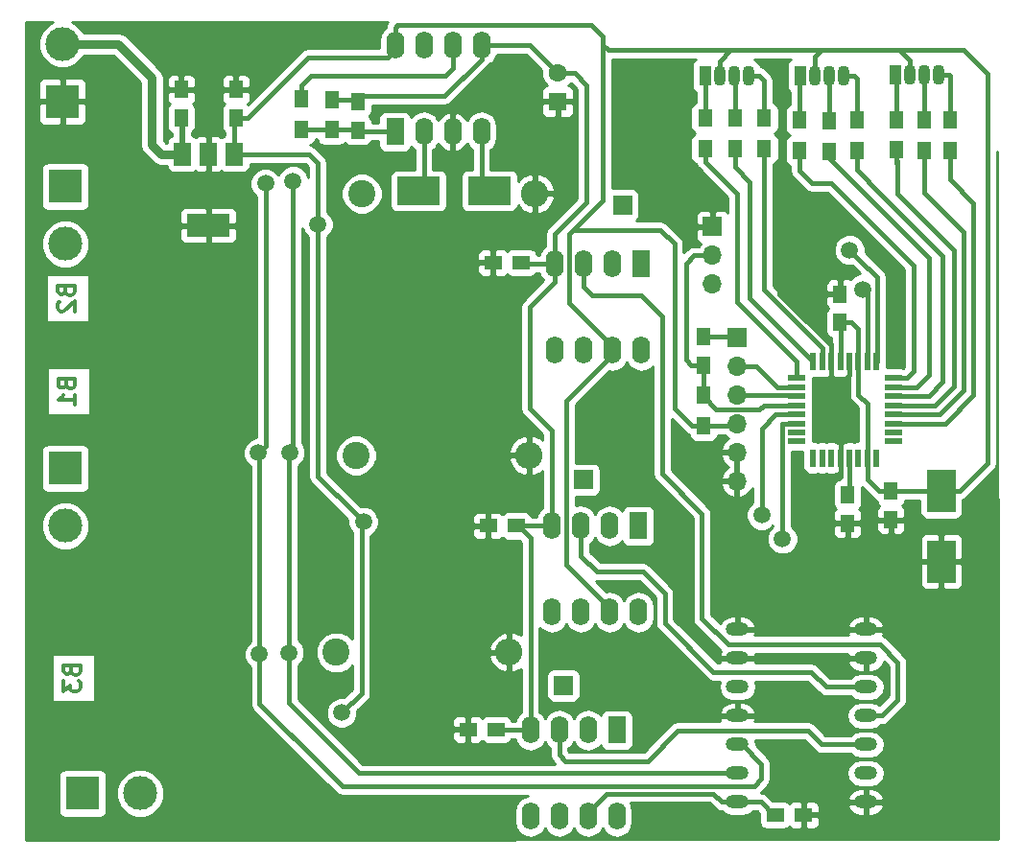
<source format=gbr>
G04 #@! TF.FileFunction,Copper,L2,Bot,Signal*
%FSLAX46Y46*%
G04 Gerber Fmt 4.6, Leading zero omitted, Abs format (unit mm)*
G04 Created by KiCad (PCBNEW 4.0.7) date 03/18/18 12:41:27*
%MOMM*%
%LPD*%
G01*
G04 APERTURE LIST*
%ADD10C,0.100000*%
%ADD11C,0.300000*%
%ADD12R,1.250000X1.500000*%
%ADD13O,2.000000X1.200000*%
%ADD14R,1.500000X1.250000*%
%ADD15R,3.750000X2.500000*%
%ADD16R,1.600000X1.600000*%
%ADD17C,1.600000*%
%ADD18R,2.500000X3.750000*%
%ADD19R,1.070000X1.800000*%
%ADD20O,1.070000X1.800000*%
%ADD21R,1.700000X1.700000*%
%ADD22O,1.700000X1.700000*%
%ADD23R,3.000000X3.000000*%
%ADD24C,3.000000*%
%ADD25R,1.300000X1.500000*%
%ADD26C,2.400000*%
%ADD27O,2.400000X2.400000*%
%ADD28R,3.800000X2.000000*%
%ADD29R,1.500000X2.000000*%
%ADD30R,1.600000X2.400000*%
%ADD31O,1.600000X2.400000*%
%ADD32R,0.550000X1.600000*%
%ADD33R,1.600000X0.550000*%
%ADD34C,1.500000*%
%ADD35C,0.400000*%
%ADD36C,0.800000*%
%ADD37C,0.254000*%
G04 APERTURE END LIST*
D10*
D11*
X4718857Y15656642D02*
X4790286Y15442356D01*
X4861714Y15370928D01*
X5004571Y15299499D01*
X5218857Y15299499D01*
X5361714Y15370928D01*
X5433143Y15442356D01*
X5504571Y15585214D01*
X5504571Y16156642D01*
X4004571Y16156642D01*
X4004571Y15656642D01*
X4076000Y15513785D01*
X4147429Y15442356D01*
X4290286Y15370928D01*
X4433143Y15370928D01*
X4576000Y15442356D01*
X4647429Y15513785D01*
X4718857Y15656642D01*
X4718857Y16156642D01*
X4004571Y14799499D02*
X4004571Y13870928D01*
X4576000Y14370928D01*
X4576000Y14156642D01*
X4647429Y14013785D01*
X4718857Y13942356D01*
X4861714Y13870928D01*
X5218857Y13870928D01*
X5361714Y13942356D01*
X5433143Y14013785D01*
X5504571Y14156642D01*
X5504571Y14585214D01*
X5433143Y14728071D01*
X5361714Y14799499D01*
X4274357Y40929642D02*
X4345786Y40715356D01*
X4417214Y40643928D01*
X4560071Y40572499D01*
X4774357Y40572499D01*
X4917214Y40643928D01*
X4988643Y40715356D01*
X5060071Y40858214D01*
X5060071Y41429642D01*
X3560071Y41429642D01*
X3560071Y40929642D01*
X3631500Y40786785D01*
X3702929Y40715356D01*
X3845786Y40643928D01*
X3988643Y40643928D01*
X4131500Y40715356D01*
X4202929Y40786785D01*
X4274357Y40929642D01*
X4274357Y41429642D01*
X5060071Y39143928D02*
X5060071Y40001071D01*
X5060071Y39572499D02*
X3560071Y39572499D01*
X3774357Y39715356D01*
X3917214Y39858214D01*
X3988643Y40001071D01*
X4210857Y49184642D02*
X4282286Y48970356D01*
X4353714Y48898928D01*
X4496571Y48827499D01*
X4710857Y48827499D01*
X4853714Y48898928D01*
X4925143Y48970356D01*
X4996571Y49113214D01*
X4996571Y49684642D01*
X3496571Y49684642D01*
X3496571Y49184642D01*
X3568000Y49041785D01*
X3639429Y48970356D01*
X3782286Y48898928D01*
X3925143Y48898928D01*
X4068000Y48970356D01*
X4139429Y49041785D01*
X4210857Y49184642D01*
X4210857Y49684642D01*
X3639429Y48256071D02*
X3568000Y48184642D01*
X3496571Y48041785D01*
X3496571Y47684642D01*
X3568000Y47541785D01*
X3639429Y47470356D01*
X3782286Y47398928D01*
X3925143Y47398928D01*
X4139429Y47470356D01*
X4996571Y48327499D01*
X4996571Y47398928D01*
D12*
X72542400Y46425800D03*
X72542400Y48925800D03*
D13*
X74803000Y4064000D03*
X63483000Y4064000D03*
X74803000Y6604000D03*
X63483000Y6604000D03*
X74803000Y9144000D03*
X63483000Y9144000D03*
X74803000Y11684000D03*
X63483000Y11684000D03*
X74803000Y14224000D03*
X63483000Y14224000D03*
X74803000Y16764000D03*
X63483000Y16764000D03*
X74803000Y19304000D03*
X63483000Y19304000D03*
D12*
X77025500Y31496000D03*
X77025500Y28996000D03*
D14*
X66822000Y2921000D03*
X69322000Y2921000D03*
D15*
X35356000Y58039000D03*
X41606000Y58039000D03*
D12*
X19240500Y64472500D03*
X19240500Y66972500D03*
X14414500Y64472500D03*
X14414500Y66972500D03*
X29972000Y63393000D03*
X29972000Y65893000D03*
D16*
X47625000Y65913000D03*
D17*
X47625000Y68413000D03*
D14*
X41485500Y28448000D03*
X43985500Y28448000D03*
X41930000Y51689000D03*
X44430000Y51689000D03*
X39707500Y10477500D03*
X42207500Y10477500D03*
D18*
X81470500Y31559500D03*
X81470500Y25309500D03*
D12*
X60452000Y45166600D03*
X60452000Y42666600D03*
X73202800Y31196600D03*
X73202800Y28696600D03*
D19*
X69024500Y68199000D03*
D20*
X70294500Y68199000D03*
X71564500Y68199000D03*
X72834500Y68199000D03*
D19*
X77406500Y68262500D03*
D20*
X78676500Y68262500D03*
X79946500Y68262500D03*
X81216500Y68262500D03*
D19*
X60642500Y68199000D03*
D20*
X61912500Y68199000D03*
X63182500Y68199000D03*
X64452500Y68199000D03*
D21*
X63436500Y45085000D03*
D22*
X63436500Y42545000D03*
X63436500Y40005000D03*
X63436500Y37465000D03*
X63436500Y34925000D03*
X63436500Y32385000D03*
D23*
X3937000Y65913000D03*
D24*
X3937000Y70993000D03*
D23*
X4191000Y33528000D03*
D24*
X4191000Y28448000D03*
D23*
X4191000Y58420000D03*
D24*
X4191000Y53340000D03*
D23*
X5715000Y4826000D03*
D24*
X10795000Y4826000D03*
D21*
X61277500Y54864000D03*
D22*
X61277500Y52324000D03*
X61277500Y49784000D03*
D25*
X25019000Y63467000D03*
X25019000Y66167000D03*
X27686000Y63420000D03*
X27686000Y66120000D03*
D26*
X29845000Y34671000D03*
D27*
X45085000Y34671000D03*
D26*
X30353000Y57785000D03*
D27*
X45593000Y57785000D03*
D26*
X28092400Y17297400D03*
D27*
X43332400Y17297400D03*
D25*
X60502800Y37283400D03*
X60502800Y39983400D03*
X68961000Y64278500D03*
X68961000Y61578500D03*
X77470000Y64342000D03*
X77470000Y61642000D03*
X60642500Y64469000D03*
X60642500Y61769000D03*
X74041000Y64262000D03*
X74041000Y61562000D03*
X82232500Y64325500D03*
X82232500Y61625500D03*
X65849500Y64452500D03*
X65849500Y61752500D03*
X71564500Y64198500D03*
X71564500Y61498500D03*
X79946500Y64325500D03*
X79946500Y61625500D03*
X63246000Y64485500D03*
X63246000Y61785500D03*
D21*
X49911000Y32512000D03*
X53340000Y56769000D03*
X48133000Y14351000D03*
D28*
X16813500Y54977500D03*
D29*
X16813500Y61277500D03*
X19113500Y61277500D03*
X14513500Y61277500D03*
D30*
X33274000Y63246000D03*
D31*
X40894000Y70866000D03*
X35814000Y63246000D03*
X38354000Y70866000D03*
X38354000Y63246000D03*
X35814000Y70866000D03*
X40894000Y63246000D03*
X33274000Y70866000D03*
D30*
X54737000Y28448000D03*
D31*
X47117000Y20828000D03*
X52197000Y28448000D03*
X49657000Y20828000D03*
X49657000Y28448000D03*
X52197000Y20828000D03*
X47117000Y28448000D03*
X54737000Y20828000D03*
D30*
X54991000Y51562000D03*
D31*
X47371000Y43942000D03*
X52451000Y51562000D03*
X49911000Y43942000D03*
X49911000Y51562000D03*
X52451000Y43942000D03*
X47371000Y51562000D03*
X54991000Y43942000D03*
D30*
X52832000Y10414000D03*
D31*
X45212000Y2794000D03*
X50292000Y10414000D03*
X47752000Y2794000D03*
X47752000Y10414000D03*
X50292000Y2794000D03*
X45212000Y10414000D03*
X52832000Y2794000D03*
D32*
X70164372Y42950272D03*
X70964372Y42950272D03*
X71764372Y42950272D03*
X72564372Y42950272D03*
X73364372Y42950272D03*
X74164372Y42950272D03*
X74964372Y42950272D03*
X75764372Y42950272D03*
D33*
X77214372Y41500272D03*
X77214372Y40700272D03*
X77214372Y39900272D03*
X77214372Y39100272D03*
X77214372Y38300272D03*
X77214372Y37500272D03*
X77214372Y36700272D03*
X77214372Y35900272D03*
D32*
X75764372Y34450272D03*
X74964372Y34450272D03*
X74164372Y34450272D03*
X73364372Y34450272D03*
X72564372Y34450272D03*
X71764372Y34450272D03*
X70964372Y34450272D03*
X70164372Y34450272D03*
D33*
X68714372Y35900272D03*
X68714372Y36700272D03*
X68714372Y37500272D03*
X68714372Y38300272D03*
X68714372Y39100272D03*
X68714372Y39900272D03*
X68714372Y40700272D03*
X68714372Y41500272D03*
D34*
X30486599Y28822105D03*
X26481492Y55080568D03*
X28575000Y11938000D03*
X69088000Y55448200D03*
X9494654Y66232267D03*
X56705500Y62166500D03*
X21240580Y34886958D03*
X21327013Y17107807D03*
X67460171Y27302981D03*
X21844000Y58674000D03*
X23975953Y34941124D03*
X23910374Y17254589D03*
X65615666Y29406796D03*
X24286490Y58913601D03*
X74509094Y49357140D03*
X73386511Y52807029D03*
D35*
X57912000Y53345352D02*
X56674867Y54582485D01*
X60502800Y37283400D02*
X59452800Y37283400D01*
X59452800Y37283400D02*
X57912000Y38824200D01*
X57912000Y38824200D02*
X57912000Y53345352D01*
X60502800Y37283400D02*
X63254900Y37283400D01*
X63254900Y37283400D02*
X63436500Y37465000D01*
X74164372Y42950272D02*
X74164372Y45828828D01*
X74164372Y45828828D02*
X73567400Y46425800D01*
X73567400Y46425800D02*
X72542400Y46425800D01*
X72564372Y42950272D02*
X72564372Y46403828D01*
X72564372Y46403828D02*
X72542400Y46425800D01*
X74964372Y34450272D02*
X74964372Y39208628D01*
X74964372Y39208628D02*
X74164372Y40008628D01*
X74164372Y40008628D02*
X74164372Y41750272D01*
X74164372Y41750272D02*
X74164372Y42950272D01*
X51625500Y57213500D02*
X49072800Y54660800D01*
X49072800Y54660800D02*
X48632800Y54220800D01*
X56674867Y54582485D02*
X49151115Y54582485D01*
X49151115Y54582485D02*
X49072800Y54660800D01*
X19113500Y61277500D02*
X19113500Y64345500D01*
X19113500Y64345500D02*
X19240500Y64472500D01*
X29736600Y29572104D02*
X30486599Y28822105D01*
X26481492Y32827212D02*
X29736600Y29572104D01*
X26481492Y55080568D02*
X26481492Y32827212D01*
X30341130Y28676636D02*
X30486599Y28822105D01*
X30060864Y28676636D02*
X30341130Y28676636D01*
X30035500Y28702000D02*
X30060864Y28676636D01*
X63483000Y4064000D02*
X64516000Y4064000D01*
X64516000Y4064000D02*
X64883000Y4064000D01*
X66822000Y2921000D02*
X66697000Y2921000D01*
X66697000Y2921000D02*
X65554000Y4064000D01*
X65554000Y4064000D02*
X64516000Y4064000D01*
X62083000Y4064000D02*
X61332689Y4814311D01*
X50292000Y3194000D02*
X50292000Y2794000D01*
X51912311Y4814311D02*
X50292000Y3194000D01*
X63483000Y4064000D02*
X62083000Y4064000D01*
X61332689Y4814311D02*
X51912311Y4814311D01*
X52197000Y20428000D02*
X52197000Y20828000D01*
X85534500Y35340500D02*
X85534500Y35750500D01*
X85534500Y35750500D02*
X85534500Y68389500D01*
X81470500Y31559500D02*
X83120500Y31559500D01*
X83120500Y31559500D02*
X85534500Y33973500D01*
X85534500Y33973500D02*
X85534500Y35750500D01*
X77025500Y31496000D02*
X81407000Y31496000D01*
X81407000Y31496000D02*
X81470500Y31559500D01*
X77025500Y31496000D02*
X76000500Y31496000D01*
X76000500Y31496000D02*
X74964372Y32532128D01*
X74964372Y32532128D02*
X74964372Y33250272D01*
X74964372Y33250272D02*
X74964372Y34450272D01*
X50292000Y2394000D02*
X50292000Y2794000D01*
X30035500Y28702000D02*
X30167947Y28569553D01*
X28575000Y11938000D02*
X30311469Y13674469D01*
X30311469Y13674469D02*
X30311469Y28426031D01*
X30311469Y28426031D02*
X30035500Y28702000D01*
X33274000Y70866000D02*
X33274000Y70466000D01*
X33274000Y70466000D02*
X32633172Y69825172D01*
X20265500Y64472500D02*
X19240500Y64472500D01*
X32633172Y69825172D02*
X25618172Y69825172D01*
X25618172Y69825172D02*
X20265500Y64472500D01*
X62898500Y70485000D02*
X57277000Y70485000D01*
X57277000Y70485000D02*
X52070000Y70485000D01*
X56782000Y70485000D02*
X57277000Y70485000D01*
X77754000Y70485000D02*
X77533500Y70485000D01*
X77533500Y70485000D02*
X72517000Y70485000D01*
X85534500Y68389500D02*
X83439000Y70485000D01*
X83439000Y70485000D02*
X77533500Y70485000D01*
X74964372Y32584628D02*
X74964372Y33083500D01*
X74964372Y33083500D02*
X74964372Y34450272D01*
X48632800Y54220800D02*
X48632800Y53784500D01*
X48632800Y53784500D02*
X48632800Y48160200D01*
X25717500Y61277500D02*
X26481492Y60513508D01*
X26481492Y60513508D02*
X26481492Y56141228D01*
X19113500Y61277500D02*
X25717500Y61277500D01*
X26481492Y56141228D02*
X26481492Y55080568D01*
X51625500Y71691500D02*
X51625500Y70929500D01*
X51625500Y70929500D02*
X51625500Y57213500D01*
X52070000Y70485000D02*
X51625500Y70929500D01*
X72517000Y70485000D02*
X70929500Y70485000D01*
X61912500Y68199000D02*
X61912500Y69499000D01*
X61912500Y69499000D02*
X62898500Y70485000D01*
X62898500Y70485000D02*
X72517000Y70485000D01*
X70929500Y70485000D02*
X70294500Y69850000D01*
X70294500Y69850000D02*
X70294500Y68199000D01*
X78676500Y68262500D02*
X78676500Y69562500D01*
X78676500Y69562500D02*
X77754000Y70485000D01*
X52451000Y43942000D02*
X52451000Y43542000D01*
X52451000Y43542000D02*
X48375677Y39466677D01*
X48375677Y39466677D02*
X48375677Y25049323D01*
X48375677Y25049323D02*
X52197000Y21228000D01*
X52197000Y21228000D02*
X52197000Y20828000D01*
X33274000Y70866000D02*
X33274000Y72466000D01*
X33274000Y72466000D02*
X33515500Y72707500D01*
X33515500Y72707500D02*
X50609500Y72707500D01*
X50609500Y72707500D02*
X51625500Y71691500D01*
X48632800Y48160200D02*
X52451000Y44342000D01*
X52451000Y44342000D02*
X52451000Y43942000D01*
X19240500Y61404500D02*
X19113500Y61277500D01*
X69757326Y53730174D02*
X69775682Y53730174D01*
X69775682Y53730174D02*
X71608000Y51897856D01*
X71608000Y51897856D02*
X71608000Y51879500D01*
X71764372Y42950272D02*
X71764372Y40259000D01*
X71764372Y40259000D02*
X71764372Y39161508D01*
X73364372Y42950272D02*
X73364372Y41750272D01*
X73364372Y41750272D02*
X71873100Y40259000D01*
X71873100Y40259000D02*
X71764372Y40259000D01*
X71764372Y39161508D02*
X72564372Y38361508D01*
X72564372Y38361508D02*
X72564372Y34450272D01*
X71764372Y42950272D02*
X71764372Y44459372D01*
X71764372Y44459372D02*
X71651959Y44459372D01*
X71651959Y44459372D02*
X67218034Y48893297D01*
X67218034Y48893297D02*
X67218034Y53460094D01*
X67218034Y53460094D02*
X67488114Y53730174D01*
X67488114Y53730174D02*
X69757326Y53730174D01*
X69757326Y53730174D02*
X69757326Y54778874D01*
X69757326Y54778874D02*
X69088000Y55448200D01*
X3937000Y65913000D02*
X9175387Y65913000D01*
X9175387Y65913000D02*
X9494654Y66232267D01*
X72564372Y34450272D02*
X72564372Y32795372D01*
X38354000Y63246000D02*
X38354000Y64846000D01*
X38354000Y64846000D02*
X39421000Y65913000D01*
X39421000Y65913000D02*
X46425000Y65913000D01*
X46425000Y65913000D02*
X47625000Y65913000D01*
X21844000Y58674000D02*
X21844000Y35490378D01*
X21327013Y34800525D02*
X21240580Y34886958D01*
X21844000Y35490378D02*
X21240580Y34886958D01*
X21327013Y17107807D02*
X21327013Y34800525D01*
X21327013Y12772487D02*
X21327013Y16047147D01*
X27051000Y7048500D02*
X21327013Y12772487D01*
X21327013Y16047147D02*
X21327013Y17107807D01*
X28646489Y5453011D02*
X27051000Y7048500D01*
X64952511Y5453011D02*
X28646489Y5453011D01*
X65595500Y6096000D02*
X64952511Y5453011D01*
X65595500Y7431500D02*
X65595500Y6096000D01*
X63883000Y9144000D02*
X65595500Y7431500D01*
X63483000Y9144000D02*
X63883000Y9144000D01*
X67514372Y37500272D02*
X67460171Y37446071D01*
X67460171Y28363641D02*
X67460171Y27302981D01*
X67460171Y37446071D02*
X67460171Y28363641D01*
X68714372Y37500272D02*
X67514372Y37500272D01*
X27114500Y6985000D02*
X27051000Y7048500D01*
X23910374Y34875545D02*
X23975953Y34941124D01*
X23910374Y17254589D02*
X23910374Y34875545D01*
X24286490Y35251661D02*
X23975953Y34941124D01*
X24286490Y58913601D02*
X24286490Y35251661D01*
X23910374Y12792626D02*
X23910374Y16193929D01*
X63483000Y6604000D02*
X30099000Y6604000D01*
X23910374Y16193929D02*
X23910374Y17254589D01*
X30099000Y6604000D02*
X23910374Y12792626D01*
X68714372Y38300272D02*
X66873257Y38300272D01*
X66873257Y38300272D02*
X65615666Y37042681D01*
X65615666Y30467456D02*
X65615666Y29406796D01*
X65615666Y37042681D02*
X65615666Y30467456D01*
X68714372Y38300272D02*
X67899370Y38300272D01*
X47371000Y51562000D02*
X47371000Y49962000D01*
X47371000Y49962000D02*
X45161200Y47752200D01*
X45161200Y38836600D02*
X47005818Y36991982D01*
X45161200Y47752200D02*
X45161200Y38836600D01*
X47005818Y36991982D02*
X47015702Y36991982D01*
X47015702Y36991982D02*
X47117000Y36890684D01*
X47117000Y36890684D02*
X47117000Y28448000D01*
X43860500Y28448000D02*
X43985500Y28448000D01*
X45212000Y27346500D02*
X44110500Y28448000D01*
X44110500Y28448000D02*
X43985500Y28448000D01*
X47625000Y68413000D02*
X49125500Y68413000D01*
X49125500Y68413000D02*
X50165000Y67373500D01*
X50165000Y67373500D02*
X50165000Y57048400D01*
X50165000Y57048400D02*
X47371000Y54254400D01*
X47371000Y54254400D02*
X47371000Y51562000D01*
X45212000Y10414000D02*
X45212000Y27346500D01*
X45212000Y10414000D02*
X42271000Y10414000D01*
X42271000Y10414000D02*
X42207500Y10477500D01*
X47117000Y28448000D02*
X43985500Y28448000D01*
X47371000Y51562000D02*
X44557000Y51562000D01*
X44557000Y51562000D02*
X44430000Y51689000D01*
X29972000Y65893000D02*
X30489308Y66410308D01*
X30489308Y66410308D02*
X37634270Y66410308D01*
X37634270Y66410308D02*
X40894000Y69670038D01*
X40894000Y69670038D02*
X40894000Y70866000D01*
X40894000Y70866000D02*
X45172000Y70866000D01*
X45172000Y70866000D02*
X47625000Y68413000D01*
X27686000Y66120000D02*
X29745000Y66120000D01*
X29745000Y66120000D02*
X29972000Y65893000D01*
X14414500Y64472500D02*
X14414500Y61376500D01*
X14414500Y61376500D02*
X14513500Y61277500D01*
D36*
X3937000Y70993000D02*
X8839200Y70993000D01*
X8839200Y70993000D02*
X11836400Y67995800D01*
X11836400Y67995800D02*
X11836400Y62103000D01*
X11836400Y62103000D02*
X12661900Y61277500D01*
X12661900Y61277500D02*
X14513500Y61277500D01*
D35*
X14513500Y61277500D02*
X14513500Y64373500D01*
X14513500Y64373500D02*
X14414500Y64472500D01*
D36*
X4048589Y70881411D02*
X3937000Y70993000D01*
X3937000Y70993000D02*
X3950247Y70979753D01*
D35*
X60452000Y45166600D02*
X63354900Y45166600D01*
X63354900Y45166600D02*
X63436500Y45085000D01*
X63500000Y45148500D02*
X63436500Y45085000D01*
X68714372Y39100272D02*
X65798073Y39100272D01*
X65798073Y39100272D02*
X65432354Y38734553D01*
X65432354Y38734553D02*
X61620847Y38734553D01*
X61620847Y38734553D02*
X61620847Y38765353D01*
X61620847Y38765353D02*
X60502800Y39883400D01*
X60502800Y39883400D02*
X60502800Y39983400D01*
X58978800Y51638200D02*
X59664600Y52324000D01*
X59664600Y52324000D02*
X61277500Y52324000D01*
X58978800Y43114800D02*
X58978800Y51638200D01*
X60452000Y42666600D02*
X59427000Y42666600D01*
X59427000Y42666600D02*
X58978800Y43114800D01*
X60502800Y39983400D02*
X60502800Y42615800D01*
X60502800Y42615800D02*
X60452000Y42666600D01*
X68961000Y64278500D02*
X68961000Y68135500D01*
X68961000Y68135500D02*
X69024500Y68199000D01*
X71564500Y64198500D02*
X71564500Y65348500D01*
X71564500Y65348500D02*
X71564500Y68199000D01*
X74041000Y64262000D02*
X74041000Y67927500D01*
X74041000Y67927500D02*
X73769500Y68199000D01*
X73769500Y68199000D02*
X72834500Y68199000D01*
X77470000Y64342000D02*
X77470000Y68199000D01*
X77470000Y68199000D02*
X77406500Y68262500D01*
X79946500Y64325500D02*
X79946500Y68262500D01*
X82232500Y64325500D02*
X82232500Y68181500D01*
X82232500Y68181500D02*
X82151500Y68262500D01*
X82151500Y68262500D02*
X81216500Y68262500D01*
X60642500Y64469000D02*
X60642500Y68199000D01*
X63246000Y64485500D02*
X63246000Y68135500D01*
X63246000Y68135500D02*
X63182500Y68199000D01*
X65849500Y64452500D02*
X65849500Y67737000D01*
X65849500Y67737000D02*
X65387500Y68199000D01*
X65387500Y68199000D02*
X64452500Y68199000D01*
X63436500Y42545000D02*
X65151000Y42545000D01*
X65151000Y42545000D02*
X66995728Y40700272D01*
X66995728Y40700272D02*
X67514372Y40700272D01*
X67514372Y40700272D02*
X68714372Y40700272D01*
X63436500Y40005000D02*
X68609644Y40005000D01*
X68609644Y40005000D02*
X68714372Y39900272D01*
X25019000Y66167000D02*
X25019000Y67317000D01*
X25019000Y67317000D02*
X25901000Y68199000D01*
X25901000Y68199000D02*
X37691231Y68199000D01*
X37691231Y68199000D02*
X38354000Y68861769D01*
X38354000Y68861769D02*
X38354000Y70866000D01*
X77214372Y41500272D02*
X78414372Y41500272D01*
X78414372Y41500272D02*
X79057500Y42143400D01*
X79057500Y42143400D02*
X79057500Y51435000D01*
X79057500Y51435000D02*
X71755637Y58736863D01*
X68961000Y59817000D02*
X68961000Y61578500D01*
X71755637Y58736863D02*
X70041137Y58736863D01*
X70041137Y58736863D02*
X68961000Y59817000D01*
X68961000Y61478500D02*
X68961000Y61578500D01*
X77214372Y39900272D02*
X78414372Y39900272D01*
X78414372Y39900272D02*
X78455600Y39941500D01*
X78455600Y39941500D02*
X80366995Y39941500D01*
X80366995Y39941500D02*
X81595801Y41170306D01*
X81595801Y52296338D02*
X75060639Y58831500D01*
X81595801Y41170306D02*
X81595801Y52296338D01*
X75060639Y58831500D02*
X75060639Y58864222D01*
X75060639Y58864222D02*
X74041000Y59883861D01*
X74041000Y59883861D02*
X74041000Y61562000D01*
X77214372Y40700272D02*
X79308272Y40700272D01*
X79308272Y40700272D02*
X80386715Y41778715D01*
X71564500Y60953290D02*
X71564500Y61498500D01*
X80386715Y41778715D02*
X80386715Y52131075D01*
X80386715Y52131075D02*
X71564500Y60953290D01*
X77470000Y60769500D02*
X77597000Y60642500D01*
X77597000Y60642500D02*
X77597000Y57761500D01*
X77597000Y57761500D02*
X82575574Y52782926D01*
X82575574Y52782926D02*
X82575574Y40763692D01*
X82575574Y40763692D02*
X80912154Y39100272D01*
X80912154Y39100272D02*
X77214372Y39100272D01*
X77470000Y61642000D02*
X77470000Y60769500D01*
X77470000Y60769500D02*
X77470000Y60492000D01*
X82232500Y61625500D02*
X82232500Y59022000D01*
X82232500Y59022000D02*
X84307476Y56947024D01*
X84307476Y56947024D02*
X84307476Y40010690D01*
X84307476Y40010690D02*
X81797058Y37500272D01*
X81797058Y37500272D02*
X77214372Y37500272D01*
X79946500Y61625500D02*
X79946500Y57872000D01*
X79946500Y57872000D02*
X83403875Y54414625D01*
X83403875Y54414625D02*
X83403875Y40387191D01*
X83403875Y40387191D02*
X81316956Y38300272D01*
X81316956Y38300272D02*
X77214372Y38300272D01*
X68714372Y41500272D02*
X68714372Y42928372D01*
X60642500Y60619000D02*
X60642500Y61769000D01*
X68714372Y42928372D02*
X63461475Y48181269D01*
X63461475Y48181269D02*
X63461475Y57800025D01*
X63461475Y57800025D02*
X60642500Y60619000D01*
X65849500Y61752500D02*
X65849500Y49279724D01*
X65849500Y49279724D02*
X70964372Y44164852D01*
X70964372Y44164852D02*
X70964372Y44150272D01*
X70964372Y44150272D02*
X70964372Y42950272D01*
X70164372Y42950272D02*
X70141080Y42950272D01*
X70141080Y42950272D02*
X64566345Y48525007D01*
X64566345Y48525007D02*
X64566345Y58814155D01*
X64566345Y58814155D02*
X63246000Y60134500D01*
X63246000Y60134500D02*
X63246000Y61785500D01*
X74803000Y14224000D02*
X71305234Y14224000D01*
X71305234Y14224000D02*
X69971734Y15557500D01*
X55168800Y24409400D02*
X51054000Y24409400D01*
X69971734Y15557500D02*
X61380440Y15557500D01*
X51054000Y24409400D02*
X49657000Y25806400D01*
X61380440Y15557500D02*
X57065501Y19872439D01*
X57065501Y19872439D02*
X57065501Y22512699D01*
X49657000Y25806400D02*
X49657000Y28448000D01*
X57065501Y22512699D02*
X55168800Y24409400D01*
X49657000Y28048000D02*
X49657000Y28448000D01*
X74803000Y9144000D02*
X70901009Y9144000D01*
X70901009Y9144000D02*
X69694509Y10350500D01*
X69694509Y10350500D02*
X58229500Y10350500D01*
X58229500Y10350500D02*
X55562500Y7683500D01*
X55562500Y7683500D02*
X48323500Y7683500D01*
X48323500Y7683500D02*
X47752000Y8255000D01*
X47752000Y8255000D02*
X47752000Y10414000D01*
X49911000Y51562000D02*
X49911000Y49593500D01*
X62676408Y17963579D02*
X76067571Y17963579D01*
X77633434Y13114434D02*
X76203000Y11684000D01*
X49911000Y49593500D02*
X50673000Y48831500D01*
X77633434Y16397716D02*
X77633434Y13114434D01*
X50673000Y48831500D02*
X54956601Y48831500D01*
X54956601Y48831500D02*
X56859914Y46928187D01*
X56859914Y46928187D02*
X56859914Y33030686D01*
X56859914Y33030686D02*
X60361210Y29529390D01*
X60361210Y29529390D02*
X60361210Y20278777D01*
X60361210Y20278777D02*
X62676408Y17963579D01*
X76067571Y17963579D02*
X77633434Y16397716D01*
X76203000Y11684000D02*
X74803000Y11684000D01*
X35814000Y63246000D02*
X35814000Y58497000D01*
X35814000Y58497000D02*
X35356000Y58039000D01*
X40894000Y63246000D02*
X40894000Y58751000D01*
X40894000Y58751000D02*
X41606000Y58039000D01*
X25019000Y63467000D02*
X27639000Y63467000D01*
X27639000Y63467000D02*
X27686000Y63420000D01*
X33274000Y63246000D02*
X30119000Y63246000D01*
X30119000Y63246000D02*
X29972000Y63393000D01*
X27686000Y63420000D02*
X29945000Y63420000D01*
X29945000Y63420000D02*
X29972000Y63393000D01*
X33274000Y63246000D02*
X31772000Y63246000D01*
X29972000Y63268000D02*
X29972000Y63393000D01*
X74964372Y48901862D02*
X74509094Y49357140D01*
X74964372Y42950272D02*
X74964372Y48901862D01*
X73364372Y34450272D02*
X73364372Y31358172D01*
X73364372Y31358172D02*
X73202800Y31196600D01*
X75764372Y42950272D02*
X75795957Y42981857D01*
X75795957Y42981857D02*
X75795957Y50397583D01*
X75795957Y50397583D02*
X74136510Y52057030D01*
X74136510Y52057030D02*
X73386511Y52807029D01*
D37*
G36*
X2729200Y72804020D02*
X2128091Y72203959D01*
X1802372Y71419541D01*
X1801630Y70570185D01*
X2125980Y69785200D01*
X2726041Y69184091D01*
X3510459Y68858372D01*
X4359815Y68857630D01*
X5144800Y69181980D01*
X5745909Y69782041D01*
X5818974Y69958000D01*
X8410488Y69958000D01*
X10801400Y67567089D01*
X10801400Y62103005D01*
X10801399Y62103000D01*
X10880185Y61706923D01*
X11104544Y61371144D01*
X11930042Y60545647D01*
X11930044Y60545644D01*
X12112010Y60424059D01*
X12265822Y60321285D01*
X12661900Y60242500D01*
X13122646Y60242500D01*
X13160338Y60042183D01*
X13299410Y59826059D01*
X13511610Y59681069D01*
X13763500Y59630060D01*
X15263500Y59630060D01*
X15498817Y59674338D01*
X15662992Y59779982D01*
X15703801Y59739173D01*
X15937190Y59642500D01*
X16527750Y59642500D01*
X16686500Y59801250D01*
X16686500Y61150500D01*
X16666500Y61150500D01*
X16666500Y61404500D01*
X16686500Y61404500D01*
X16686500Y62753750D01*
X16527750Y62912500D01*
X15937190Y62912500D01*
X15703801Y62815827D01*
X15661840Y62773866D01*
X15515390Y62873931D01*
X15348500Y62907727D01*
X15348500Y63166752D01*
X15490941Y63258410D01*
X15635931Y63470610D01*
X15686940Y63722500D01*
X15686940Y65222500D01*
X15642662Y65457817D01*
X15503590Y65673941D01*
X15435494Y65720469D01*
X15577827Y65862802D01*
X15674500Y66096191D01*
X15674500Y66686750D01*
X15515750Y66845500D01*
X14541500Y66845500D01*
X14541500Y66825500D01*
X14287500Y66825500D01*
X14287500Y66845500D01*
X13313250Y66845500D01*
X13154500Y66686750D01*
X13154500Y66096191D01*
X13251173Y65862802D01*
X13392410Y65721564D01*
X13338059Y65686590D01*
X13193069Y65474390D01*
X13142060Y65222500D01*
X13142060Y63722500D01*
X13186338Y63487183D01*
X13325410Y63271059D01*
X13537610Y63126069D01*
X13579500Y63117586D01*
X13579500Y62890318D01*
X13528183Y62880662D01*
X13312059Y62741590D01*
X13167069Y62529390D01*
X13123148Y62312500D01*
X13090611Y62312500D01*
X12871400Y62531712D01*
X12871400Y67848809D01*
X13154500Y67848809D01*
X13154500Y67258250D01*
X13313250Y67099500D01*
X14287500Y67099500D01*
X14287500Y68198750D01*
X14541500Y68198750D01*
X14541500Y67099500D01*
X15515750Y67099500D01*
X15674500Y67258250D01*
X15674500Y67848809D01*
X17980500Y67848809D01*
X17980500Y67258250D01*
X18139250Y67099500D01*
X19113500Y67099500D01*
X19113500Y68198750D01*
X19367500Y68198750D01*
X19367500Y67099500D01*
X20341750Y67099500D01*
X20500500Y67258250D01*
X20500500Y67848809D01*
X20403827Y68082198D01*
X20225199Y68260827D01*
X19991810Y68357500D01*
X19526250Y68357500D01*
X19367500Y68198750D01*
X19113500Y68198750D01*
X18954750Y68357500D01*
X18489190Y68357500D01*
X18255801Y68260827D01*
X18077173Y68082198D01*
X17980500Y67848809D01*
X15674500Y67848809D01*
X15577827Y68082198D01*
X15399199Y68260827D01*
X15165810Y68357500D01*
X14700250Y68357500D01*
X14541500Y68198750D01*
X14287500Y68198750D01*
X14128750Y68357500D01*
X13663190Y68357500D01*
X13429801Y68260827D01*
X13251173Y68082198D01*
X13154500Y67848809D01*
X12871400Y67848809D01*
X12871400Y67995795D01*
X12871401Y67995800D01*
X12792615Y68391877D01*
X12692154Y68542228D01*
X12568256Y68727656D01*
X12568253Y68727658D01*
X9571056Y71724856D01*
X9235277Y71949215D01*
X8839200Y72028001D01*
X8839195Y72028000D01*
X5819420Y72028000D01*
X5748020Y72200800D01*
X5147959Y72801909D01*
X4791316Y72950000D01*
X32612449Y72950000D01*
X32502561Y72785541D01*
X32439000Y72466000D01*
X32439000Y72436719D01*
X32259302Y72316648D01*
X31948233Y71851101D01*
X31839000Y71301950D01*
X31839000Y70660172D01*
X25618172Y70660172D01*
X25298631Y70596611D01*
X25103158Y70466000D01*
X25027738Y70415606D01*
X20303737Y65691605D01*
X20261494Y65720469D01*
X20403827Y65862802D01*
X20500500Y66096191D01*
X20500500Y66686750D01*
X20341750Y66845500D01*
X19367500Y66845500D01*
X19367500Y66825500D01*
X19113500Y66825500D01*
X19113500Y66845500D01*
X18139250Y66845500D01*
X17980500Y66686750D01*
X17980500Y66096191D01*
X18077173Y65862802D01*
X18218410Y65721564D01*
X18164059Y65686590D01*
X18019069Y65474390D01*
X17968060Y65222500D01*
X17968060Y63722500D01*
X18012338Y63487183D01*
X18151410Y63271059D01*
X18278500Y63184222D01*
X18278500Y62908946D01*
X18128183Y62880662D01*
X17964008Y62775018D01*
X17923199Y62815827D01*
X17689810Y62912500D01*
X17099250Y62912500D01*
X16940500Y62753750D01*
X16940500Y61404500D01*
X16960500Y61404500D01*
X16960500Y61150500D01*
X16940500Y61150500D01*
X16940500Y59801250D01*
X17099250Y59642500D01*
X17689810Y59642500D01*
X17923199Y59739173D01*
X17965160Y59781134D01*
X18111610Y59681069D01*
X18363500Y59630060D01*
X19863500Y59630060D01*
X20098817Y59674338D01*
X20314941Y59813410D01*
X20459931Y60025610D01*
X20510940Y60277500D01*
X20510940Y60442500D01*
X25371632Y60442500D01*
X25646492Y60167640D01*
X25646492Y59248967D01*
X25461321Y59697116D01*
X25072054Y60087062D01*
X24563192Y60298360D01*
X24012205Y60298841D01*
X23502975Y60088432D01*
X23113029Y59699165D01*
X23014492Y59461862D01*
X22629564Y59847461D01*
X22120702Y60058759D01*
X21569715Y60059240D01*
X21060485Y59848831D01*
X20670539Y59459564D01*
X20459241Y58950702D01*
X20458760Y58399715D01*
X20669169Y57890485D01*
X21009000Y57550061D01*
X21009000Y36272161D01*
X20966295Y36272198D01*
X20457065Y36061789D01*
X20067119Y35672522D01*
X19855821Y35163660D01*
X19855340Y34612673D01*
X20065749Y34103443D01*
X20455016Y33713497D01*
X20492013Y33698135D01*
X20492013Y18231243D01*
X20153552Y17893371D01*
X19942254Y17384509D01*
X19941773Y16833522D01*
X20152182Y16324292D01*
X20492013Y15983868D01*
X20492013Y12772487D01*
X20555574Y12452946D01*
X20671511Y12279434D01*
X20736579Y12182053D01*
X28056055Y4862577D01*
X28326948Y4681572D01*
X28646489Y4618011D01*
X44976022Y4618011D01*
X44662849Y4555717D01*
X44197302Y4244648D01*
X43886233Y3779101D01*
X43777000Y3229950D01*
X43777000Y2358050D01*
X43886233Y1808899D01*
X44197302Y1343352D01*
X44662849Y1032283D01*
X45212000Y923050D01*
X45761151Y1032283D01*
X46226698Y1343352D01*
X46482000Y1725438D01*
X46737302Y1343352D01*
X47202849Y1032283D01*
X47752000Y923050D01*
X48301151Y1032283D01*
X48766698Y1343352D01*
X49022000Y1725438D01*
X49277302Y1343352D01*
X49742849Y1032283D01*
X50292000Y923050D01*
X50841151Y1032283D01*
X51306698Y1343352D01*
X51562000Y1725438D01*
X51817302Y1343352D01*
X52282849Y1032283D01*
X52832000Y923050D01*
X53381151Y1032283D01*
X53846698Y1343352D01*
X54157767Y1808899D01*
X54267000Y2358050D01*
X54267000Y3229950D01*
X54157767Y3779101D01*
X54023991Y3979311D01*
X60986821Y3979311D01*
X61492566Y3473566D01*
X61763459Y3292561D01*
X62083000Y3229000D01*
X62152115Y3229000D01*
X62177691Y3190723D01*
X62578354Y2923009D01*
X63050968Y2829000D01*
X63915032Y2829000D01*
X64387646Y2923009D01*
X64788309Y3190723D01*
X64813885Y3229000D01*
X65208132Y3229000D01*
X65424560Y3012572D01*
X65424560Y2296000D01*
X65468838Y2060683D01*
X65607910Y1844559D01*
X65820110Y1699569D01*
X66072000Y1648560D01*
X67572000Y1648560D01*
X67807317Y1692838D01*
X68023441Y1831910D01*
X68069969Y1900006D01*
X68212302Y1757673D01*
X68445691Y1661000D01*
X69036250Y1661000D01*
X69195000Y1819750D01*
X69195000Y2794000D01*
X69449000Y2794000D01*
X69449000Y1819750D01*
X69607750Y1661000D01*
X70198309Y1661000D01*
X70431698Y1757673D01*
X70610327Y1936301D01*
X70707000Y2169690D01*
X70707000Y2635250D01*
X70548250Y2794000D01*
X69449000Y2794000D01*
X69195000Y2794000D01*
X69175000Y2794000D01*
X69175000Y3048000D01*
X69195000Y3048000D01*
X69195000Y4022250D01*
X69449000Y4022250D01*
X69449000Y3048000D01*
X70548250Y3048000D01*
X70707000Y3206750D01*
X70707000Y3672310D01*
X70676315Y3746391D01*
X73209538Y3746391D01*
X73213408Y3708719D01*
X73439920Y3280526D01*
X73813053Y2971610D01*
X74276000Y2829000D01*
X74676000Y2829000D01*
X74676000Y3937000D01*
X74930000Y3937000D01*
X74930000Y2829000D01*
X75330000Y2829000D01*
X75792947Y2971610D01*
X76166080Y3280526D01*
X76392592Y3708719D01*
X76396462Y3746391D01*
X76271731Y3937000D01*
X74930000Y3937000D01*
X74676000Y3937000D01*
X73334269Y3937000D01*
X73209538Y3746391D01*
X70676315Y3746391D01*
X70610327Y3905699D01*
X70431698Y4084327D01*
X70198309Y4181000D01*
X69607750Y4181000D01*
X69449000Y4022250D01*
X69195000Y4022250D01*
X69036250Y4181000D01*
X68445691Y4181000D01*
X68212302Y4084327D01*
X68071064Y3943090D01*
X68036090Y3997441D01*
X67823890Y4142431D01*
X67572000Y4193440D01*
X66605428Y4193440D01*
X66417259Y4381609D01*
X73209538Y4381609D01*
X73334269Y4191000D01*
X74676000Y4191000D01*
X74676000Y5299000D01*
X74930000Y5299000D01*
X74930000Y4191000D01*
X76271731Y4191000D01*
X76396462Y4381609D01*
X76392592Y4419281D01*
X76166080Y4847474D01*
X75792947Y5156390D01*
X75330000Y5299000D01*
X74930000Y5299000D01*
X74676000Y5299000D01*
X74276000Y5299000D01*
X73813053Y5156390D01*
X73439920Y4847474D01*
X73213408Y4419281D01*
X73209538Y4381609D01*
X66417259Y4381609D01*
X66144434Y4654434D01*
X66103819Y4681572D01*
X65873541Y4835439D01*
X65575159Y4894791D01*
X66185934Y5505566D01*
X66366940Y5776460D01*
X66430500Y6096000D01*
X66430500Y6604000D01*
X73135968Y6604000D01*
X73229977Y6131386D01*
X73497691Y5730723D01*
X73898354Y5463009D01*
X74370968Y5369000D01*
X75235032Y5369000D01*
X75707646Y5463009D01*
X76108309Y5730723D01*
X76376023Y6131386D01*
X76470032Y6604000D01*
X76376023Y7076614D01*
X76108309Y7477277D01*
X75707646Y7744991D01*
X75235032Y7839000D01*
X74370968Y7839000D01*
X73898354Y7744991D01*
X73497691Y7477277D01*
X73229977Y7076614D01*
X73135968Y6604000D01*
X66430500Y6604000D01*
X66430500Y7431500D01*
X66389239Y7638934D01*
X66366940Y7751040D01*
X66185934Y8021934D01*
X65135736Y9072132D01*
X65150032Y9144000D01*
X65076136Y9515500D01*
X69348641Y9515500D01*
X70310575Y8553566D01*
X70581469Y8372560D01*
X70901009Y8309000D01*
X73472115Y8309000D01*
X73497691Y8270723D01*
X73898354Y8003009D01*
X74370968Y7909000D01*
X75235032Y7909000D01*
X75707646Y8003009D01*
X76108309Y8270723D01*
X76376023Y8671386D01*
X76470032Y9144000D01*
X76376023Y9616614D01*
X76108309Y10017277D01*
X75707646Y10284991D01*
X75235032Y10379000D01*
X74370968Y10379000D01*
X73898354Y10284991D01*
X73497691Y10017277D01*
X73472115Y9979000D01*
X71246877Y9979000D01*
X70284943Y10940934D01*
X70014050Y11121939D01*
X69694509Y11185500D01*
X64996830Y11185500D01*
X65072592Y11328719D01*
X65076462Y11366391D01*
X64951731Y11557000D01*
X63610000Y11557000D01*
X63610000Y11537000D01*
X63356000Y11537000D01*
X63356000Y11557000D01*
X62014269Y11557000D01*
X61889538Y11366391D01*
X61893408Y11328719D01*
X61969170Y11185500D01*
X58229500Y11185500D01*
X57909960Y11121940D01*
X57639066Y10940934D01*
X55216632Y8518500D01*
X48669368Y8518500D01*
X48587000Y8600868D01*
X48587000Y8843281D01*
X48766698Y8963352D01*
X49022000Y9345438D01*
X49277302Y8963352D01*
X49742849Y8652283D01*
X50292000Y8543050D01*
X50841151Y8652283D01*
X51306698Y8963352D01*
X51404251Y9109350D01*
X51428838Y8978683D01*
X51567910Y8762559D01*
X51780110Y8617569D01*
X52032000Y8566560D01*
X53632000Y8566560D01*
X53867317Y8610838D01*
X54083441Y8749910D01*
X54228431Y8962110D01*
X54279440Y9214000D01*
X54279440Y11614000D01*
X54235162Y11849317D01*
X54137165Y12001609D01*
X61889538Y12001609D01*
X62014269Y11811000D01*
X63356000Y11811000D01*
X63356000Y12919000D01*
X63610000Y12919000D01*
X63610000Y11811000D01*
X64951731Y11811000D01*
X65076462Y12001609D01*
X65072592Y12039281D01*
X64846080Y12467474D01*
X64472947Y12776390D01*
X64010000Y12919000D01*
X63610000Y12919000D01*
X63356000Y12919000D01*
X62956000Y12919000D01*
X62493053Y12776390D01*
X62119920Y12467474D01*
X61893408Y12039281D01*
X61889538Y12001609D01*
X54137165Y12001609D01*
X54096090Y12065441D01*
X53883890Y12210431D01*
X53632000Y12261440D01*
X52032000Y12261440D01*
X51796683Y12217162D01*
X51580559Y12078090D01*
X51435569Y11865890D01*
X51405403Y11716926D01*
X51306698Y11864648D01*
X50841151Y12175717D01*
X50292000Y12284950D01*
X49742849Y12175717D01*
X49277302Y11864648D01*
X49022000Y11482562D01*
X48766698Y11864648D01*
X48301151Y12175717D01*
X47752000Y12284950D01*
X47202849Y12175717D01*
X46737302Y11864648D01*
X46482000Y11482562D01*
X46226698Y11864648D01*
X46047000Y11984719D01*
X46047000Y15201000D01*
X46635560Y15201000D01*
X46635560Y13501000D01*
X46679838Y13265683D01*
X46818910Y13049559D01*
X47031110Y12904569D01*
X47283000Y12853560D01*
X48983000Y12853560D01*
X49218317Y12897838D01*
X49434441Y13036910D01*
X49579431Y13249110D01*
X49630440Y13501000D01*
X49630440Y15201000D01*
X49586162Y15436317D01*
X49447090Y15652441D01*
X49234890Y15797431D01*
X48983000Y15848440D01*
X47283000Y15848440D01*
X47047683Y15804162D01*
X46831559Y15665090D01*
X46686569Y15452890D01*
X46635560Y15201000D01*
X46047000Y15201000D01*
X46047000Y19460117D01*
X46102302Y19377352D01*
X46567849Y19066283D01*
X47117000Y18957050D01*
X47666151Y19066283D01*
X48131698Y19377352D01*
X48387000Y19759438D01*
X48642302Y19377352D01*
X49107849Y19066283D01*
X49657000Y18957050D01*
X50206151Y19066283D01*
X50671698Y19377352D01*
X50927000Y19759438D01*
X51182302Y19377352D01*
X51647849Y19066283D01*
X52197000Y18957050D01*
X52746151Y19066283D01*
X53211698Y19377352D01*
X53467000Y19759438D01*
X53722302Y19377352D01*
X54187849Y19066283D01*
X54737000Y18957050D01*
X55286151Y19066283D01*
X55751698Y19377352D01*
X56062767Y19842899D01*
X56172000Y20392050D01*
X56172000Y21263950D01*
X56062767Y21813101D01*
X55751698Y22278648D01*
X55286151Y22589717D01*
X54737000Y22698950D01*
X54187849Y22589717D01*
X53722302Y22278648D01*
X53467000Y21896562D01*
X53211698Y22278648D01*
X52746151Y22589717D01*
X52197000Y22698950D01*
X51955046Y22650822D01*
X51025873Y23579995D01*
X51054000Y23574400D01*
X54822932Y23574400D01*
X56230501Y22166831D01*
X56230501Y19872439D01*
X56294062Y19552898D01*
X56375512Y19431000D01*
X56475067Y19282005D01*
X60790006Y14967066D01*
X61060899Y14786061D01*
X61380440Y14722500D01*
X61927273Y14722500D01*
X61909977Y14696614D01*
X61815968Y14224000D01*
X61909977Y13751386D01*
X62177691Y13350723D01*
X62578354Y13083009D01*
X63050968Y12989000D01*
X63915032Y12989000D01*
X64387646Y13083009D01*
X64788309Y13350723D01*
X65056023Y13751386D01*
X65150032Y14224000D01*
X65056023Y14696614D01*
X65038727Y14722500D01*
X69625866Y14722500D01*
X70714800Y13633566D01*
X70985694Y13452560D01*
X71305234Y13389000D01*
X73472115Y13389000D01*
X73497691Y13350723D01*
X73898354Y13083009D01*
X74370968Y12989000D01*
X75235032Y12989000D01*
X75707646Y13083009D01*
X76108309Y13350723D01*
X76376023Y13751386D01*
X76470032Y14224000D01*
X76376023Y14696614D01*
X76108309Y15097277D01*
X75707646Y15364991D01*
X75235032Y15459000D01*
X74370968Y15459000D01*
X73898354Y15364991D01*
X73497691Y15097277D01*
X73472115Y15059000D01*
X71651102Y15059000D01*
X70562168Y16147934D01*
X70291275Y16328939D01*
X69971734Y16392500D01*
X65064012Y16392500D01*
X65072592Y16408719D01*
X65076462Y16446391D01*
X73209538Y16446391D01*
X73213408Y16408719D01*
X73439920Y15980526D01*
X73813053Y15671610D01*
X74276000Y15529000D01*
X74676000Y15529000D01*
X74676000Y16637000D01*
X73334269Y16637000D01*
X73209538Y16446391D01*
X65076462Y16446391D01*
X64951731Y16637000D01*
X63610000Y16637000D01*
X63610000Y16617000D01*
X63356000Y16617000D01*
X63356000Y16637000D01*
X62014269Y16637000D01*
X61889538Y16446391D01*
X61893408Y16408719D01*
X61901988Y16392500D01*
X61726308Y16392500D01*
X57900501Y20218307D01*
X57900501Y22512699D01*
X57836940Y22832240D01*
X57655935Y23103133D01*
X55759234Y24999834D01*
X55706663Y25034961D01*
X55488341Y25180839D01*
X55168800Y25244400D01*
X51399868Y25244400D01*
X50492000Y26152268D01*
X50492000Y26877281D01*
X50671698Y26997352D01*
X50927000Y27379438D01*
X51182302Y26997352D01*
X51647849Y26686283D01*
X52197000Y26577050D01*
X52746151Y26686283D01*
X53211698Y26997352D01*
X53309251Y27143350D01*
X53333838Y27012683D01*
X53472910Y26796559D01*
X53685110Y26651569D01*
X53937000Y26600560D01*
X55537000Y26600560D01*
X55772317Y26644838D01*
X55988441Y26783910D01*
X56133431Y26996110D01*
X56184440Y27248000D01*
X56184440Y29648000D01*
X56140162Y29883317D01*
X56001090Y30099441D01*
X55788890Y30244431D01*
X55537000Y30295440D01*
X53937000Y30295440D01*
X53701683Y30251162D01*
X53485559Y30112090D01*
X53340569Y29899890D01*
X53310403Y29750926D01*
X53211698Y29898648D01*
X52746151Y30209717D01*
X52197000Y30318950D01*
X51647849Y30209717D01*
X51182302Y29898648D01*
X50927000Y29516562D01*
X50671698Y29898648D01*
X50206151Y30209717D01*
X49657000Y30318950D01*
X49210677Y30230171D01*
X49210677Y31014560D01*
X50761000Y31014560D01*
X50996317Y31058838D01*
X51212441Y31197910D01*
X51357431Y31410110D01*
X51408440Y31662000D01*
X51408440Y33362000D01*
X51364162Y33597317D01*
X51225090Y33813441D01*
X51012890Y33958431D01*
X50761000Y34009440D01*
X49210677Y34009440D01*
X49210677Y39120809D01*
X52209046Y42119178D01*
X52451000Y42071050D01*
X53000151Y42180283D01*
X53465698Y42491352D01*
X53721000Y42873438D01*
X53976302Y42491352D01*
X54441849Y42180283D01*
X54991000Y42071050D01*
X55540151Y42180283D01*
X56005698Y42491352D01*
X56024914Y42520111D01*
X56024914Y33030686D01*
X56088475Y32711145D01*
X56224432Y32507671D01*
X56269480Y32440252D01*
X59526210Y29183522D01*
X59526210Y20278777D01*
X59589771Y19959236D01*
X59770776Y19688343D01*
X62047862Y17411257D01*
X61893408Y17119281D01*
X61889538Y17081609D01*
X62014269Y16891000D01*
X63356000Y16891000D01*
X63356000Y16911000D01*
X63610000Y16911000D01*
X63610000Y16891000D01*
X64951731Y16891000D01*
X65076462Y17081609D01*
X65072592Y17119281D01*
X65067673Y17128579D01*
X73218327Y17128579D01*
X73213408Y17119281D01*
X73209538Y17081609D01*
X73334269Y16891000D01*
X74676000Y16891000D01*
X74676000Y16911000D01*
X74930000Y16911000D01*
X74930000Y16891000D01*
X74950000Y16891000D01*
X74950000Y16637000D01*
X74930000Y16637000D01*
X74930000Y15529000D01*
X75330000Y15529000D01*
X75792947Y15671610D01*
X76166080Y15980526D01*
X76392592Y16408719D01*
X76396462Y16446391D01*
X76382396Y16467886D01*
X76798434Y16051848D01*
X76798434Y13460302D01*
X75980685Y12642553D01*
X75707646Y12824991D01*
X75235032Y12919000D01*
X74370968Y12919000D01*
X73898354Y12824991D01*
X73497691Y12557277D01*
X73229977Y12156614D01*
X73135968Y11684000D01*
X73229977Y11211386D01*
X73497691Y10810723D01*
X73898354Y10543009D01*
X74370968Y10449000D01*
X75235032Y10449000D01*
X75707646Y10543009D01*
X76108309Y10810723D01*
X76133885Y10849000D01*
X76203000Y10849000D01*
X76522541Y10912561D01*
X76793434Y11093566D01*
X78223868Y12524000D01*
X78357212Y12723564D01*
X78404873Y12794893D01*
X78468434Y13114434D01*
X78468434Y16397716D01*
X78444633Y16517373D01*
X78404874Y16717256D01*
X78223868Y16988150D01*
X76658005Y18554013D01*
X76529572Y18639829D01*
X76387112Y18735018D01*
X76289786Y18754377D01*
X76392592Y18948719D01*
X76396462Y18986391D01*
X76271731Y19177000D01*
X74930000Y19177000D01*
X74930000Y19157000D01*
X74676000Y19157000D01*
X74676000Y19177000D01*
X73334269Y19177000D01*
X73209538Y18986391D01*
X73213408Y18948719D01*
X73292831Y18798579D01*
X64993169Y18798579D01*
X65072592Y18948719D01*
X65076462Y18986391D01*
X64951731Y19177000D01*
X63610000Y19177000D01*
X63610000Y19157000D01*
X63356000Y19157000D01*
X63356000Y19177000D01*
X63336000Y19177000D01*
X63336000Y19431000D01*
X63356000Y19431000D01*
X63356000Y20539000D01*
X63610000Y20539000D01*
X63610000Y19431000D01*
X64951731Y19431000D01*
X65076462Y19621609D01*
X73209538Y19621609D01*
X73334269Y19431000D01*
X74676000Y19431000D01*
X74676000Y20539000D01*
X74930000Y20539000D01*
X74930000Y19431000D01*
X76271731Y19431000D01*
X76396462Y19621609D01*
X76392592Y19659281D01*
X76166080Y20087474D01*
X75792947Y20396390D01*
X75330000Y20539000D01*
X74930000Y20539000D01*
X74676000Y20539000D01*
X74276000Y20539000D01*
X73813053Y20396390D01*
X73439920Y20087474D01*
X73213408Y19659281D01*
X73209538Y19621609D01*
X65076462Y19621609D01*
X65072592Y19659281D01*
X64846080Y20087474D01*
X64472947Y20396390D01*
X64010000Y20539000D01*
X63610000Y20539000D01*
X63356000Y20539000D01*
X62956000Y20539000D01*
X62493053Y20396390D01*
X62119920Y20087474D01*
X61986187Y19834668D01*
X61196210Y20624645D01*
X61196210Y25023750D01*
X79585500Y25023750D01*
X79585500Y23308191D01*
X79682173Y23074802D01*
X79860801Y22896173D01*
X80094190Y22799500D01*
X81184750Y22799500D01*
X81343500Y22958250D01*
X81343500Y25182500D01*
X81597500Y25182500D01*
X81597500Y22958250D01*
X81756250Y22799500D01*
X82846810Y22799500D01*
X83080199Y22896173D01*
X83258827Y23074802D01*
X83355500Y23308191D01*
X83355500Y25023750D01*
X83196750Y25182500D01*
X81597500Y25182500D01*
X81343500Y25182500D01*
X79744250Y25182500D01*
X79585500Y25023750D01*
X61196210Y25023750D01*
X61196210Y29529390D01*
X61132649Y29848931D01*
X60951644Y30119824D01*
X59043358Y32028110D01*
X61995024Y32028110D01*
X62164855Y31618076D01*
X62555142Y31189817D01*
X63079608Y30943514D01*
X63309500Y31064181D01*
X63309500Y32258000D01*
X62116345Y32258000D01*
X61995024Y32028110D01*
X59043358Y32028110D01*
X57694914Y33376554D01*
X57694914Y34568110D01*
X61995024Y34568110D01*
X62164855Y34158076D01*
X62555142Y33729817D01*
X62714454Y33655000D01*
X62555142Y33580183D01*
X62164855Y33151924D01*
X61995024Y32741890D01*
X62116345Y32512000D01*
X63309500Y32512000D01*
X63309500Y34798000D01*
X62116345Y34798000D01*
X61995024Y34568110D01*
X57694914Y34568110D01*
X57694914Y37860418D01*
X58862366Y36692966D01*
X59133259Y36511961D01*
X59212354Y36496228D01*
X59249638Y36298083D01*
X59388710Y36081959D01*
X59600910Y35936969D01*
X59852800Y35885960D01*
X61152800Y35885960D01*
X61388117Y35930238D01*
X61604241Y36069310D01*
X61749231Y36281510D01*
X61783027Y36448400D01*
X62335000Y36448400D01*
X62357353Y36414946D01*
X62698053Y36187298D01*
X62555142Y36120183D01*
X62164855Y35691924D01*
X61995024Y35281890D01*
X62116345Y35052000D01*
X63309500Y35052000D01*
X63309500Y35072000D01*
X63563500Y35072000D01*
X63563500Y35052000D01*
X63583500Y35052000D01*
X63583500Y34798000D01*
X63563500Y34798000D01*
X63563500Y32512000D01*
X63583500Y32512000D01*
X63583500Y32258000D01*
X63563500Y32258000D01*
X63563500Y31064181D01*
X63793392Y30943514D01*
X64317858Y31189817D01*
X64708145Y31618076D01*
X64780666Y31793168D01*
X64780666Y30530232D01*
X64442205Y30192360D01*
X64230907Y29683498D01*
X64230426Y29132511D01*
X64440835Y28623281D01*
X64830102Y28233335D01*
X65338964Y28022037D01*
X65889951Y28021556D01*
X66399181Y28231965D01*
X66625171Y28457561D01*
X66625171Y28426417D01*
X66286710Y28088545D01*
X66075412Y27579683D01*
X66074931Y27028696D01*
X66285340Y26519466D01*
X66674607Y26129520D01*
X67183469Y25918222D01*
X67734456Y25917741D01*
X68243686Y26128150D01*
X68633632Y26517417D01*
X68844930Y27026279D01*
X68845178Y27310809D01*
X79585500Y27310809D01*
X79585500Y25595250D01*
X79744250Y25436500D01*
X81343500Y25436500D01*
X81343500Y27660750D01*
X81597500Y27660750D01*
X81597500Y25436500D01*
X83196750Y25436500D01*
X83355500Y25595250D01*
X83355500Y27310809D01*
X83258827Y27544198D01*
X83080199Y27722827D01*
X82846810Y27819500D01*
X81756250Y27819500D01*
X81597500Y27660750D01*
X81343500Y27660750D01*
X81184750Y27819500D01*
X80094190Y27819500D01*
X79860801Y27722827D01*
X79682173Y27544198D01*
X79585500Y27310809D01*
X68845178Y27310809D01*
X68845411Y27577266D01*
X68635002Y28086496D01*
X68311214Y28410850D01*
X71942800Y28410850D01*
X71942800Y27820291D01*
X72039473Y27586902D01*
X72218101Y27408273D01*
X72451490Y27311600D01*
X72917050Y27311600D01*
X73075800Y27470350D01*
X73075800Y28569600D01*
X73329800Y28569600D01*
X73329800Y27470350D01*
X73488550Y27311600D01*
X73954110Y27311600D01*
X74187499Y27408273D01*
X74366127Y27586902D01*
X74462800Y27820291D01*
X74462800Y28410850D01*
X74304050Y28569600D01*
X73329800Y28569600D01*
X73075800Y28569600D01*
X72101550Y28569600D01*
X71942800Y28410850D01*
X68311214Y28410850D01*
X68295171Y28426920D01*
X68295171Y28710250D01*
X75765500Y28710250D01*
X75765500Y28119691D01*
X75862173Y27886302D01*
X76040801Y27707673D01*
X76274190Y27611000D01*
X76739750Y27611000D01*
X76898500Y27769750D01*
X76898500Y28869000D01*
X77152500Y28869000D01*
X77152500Y27769750D01*
X77311250Y27611000D01*
X77776810Y27611000D01*
X78010199Y27707673D01*
X78188827Y27886302D01*
X78285500Y28119691D01*
X78285500Y28710250D01*
X78126750Y28869000D01*
X77152500Y28869000D01*
X76898500Y28869000D01*
X75924250Y28869000D01*
X75765500Y28710250D01*
X68295171Y28710250D01*
X68295171Y34977832D01*
X69241932Y34977832D01*
X69241932Y33650272D01*
X69286210Y33414955D01*
X69425282Y33198831D01*
X69637482Y33053841D01*
X69889372Y33002832D01*
X70439372Y33002832D01*
X70568961Y33027216D01*
X70689372Y33002832D01*
X71239372Y33002832D01*
X71368961Y33027216D01*
X71489372Y33002832D01*
X72039372Y33002832D01*
X72145077Y33022722D01*
X72163062Y33015272D01*
X72278622Y33015272D01*
X72375023Y33111673D01*
X72437370Y33151792D01*
X72437370Y33015272D01*
X72529372Y33015272D01*
X72529372Y32584928D01*
X72342483Y32549762D01*
X72126359Y32410690D01*
X71981369Y32198490D01*
X71930360Y31946600D01*
X71930360Y30446600D01*
X71974638Y30211283D01*
X72113710Y29995159D01*
X72181806Y29948631D01*
X72039473Y29806298D01*
X71942800Y29572909D01*
X71942800Y28982350D01*
X72101550Y28823600D01*
X73075800Y28823600D01*
X73075800Y28843600D01*
X73329800Y28843600D01*
X73329800Y28823600D01*
X74304050Y28823600D01*
X74462800Y28982350D01*
X74462800Y29572909D01*
X74366127Y29806298D01*
X74224890Y29947536D01*
X74279241Y29982510D01*
X74424231Y30194710D01*
X74475240Y30446600D01*
X74475240Y31840392D01*
X75410066Y30905566D01*
X75680959Y30724561D01*
X75760054Y30708828D01*
X75797338Y30510683D01*
X75936410Y30294559D01*
X76004506Y30248031D01*
X75862173Y30105698D01*
X75765500Y29872309D01*
X75765500Y29281750D01*
X75924250Y29123000D01*
X76898500Y29123000D01*
X76898500Y29143000D01*
X77152500Y29143000D01*
X77152500Y29123000D01*
X78126750Y29123000D01*
X78285500Y29281750D01*
X78285500Y29872309D01*
X78188827Y30105698D01*
X78047590Y30246936D01*
X78101941Y30281910D01*
X78246931Y30494110D01*
X78280727Y30661000D01*
X79573060Y30661000D01*
X79573060Y29684500D01*
X79617338Y29449183D01*
X79756410Y29233059D01*
X79968610Y29088069D01*
X80220500Y29037060D01*
X82720500Y29037060D01*
X82955817Y29081338D01*
X83171941Y29220410D01*
X83316931Y29432610D01*
X83367940Y29684500D01*
X83367940Y30773719D01*
X83440041Y30788061D01*
X83710934Y30969066D01*
X86124934Y33383066D01*
X86305940Y33653960D01*
X86369500Y33973500D01*
X86369500Y61489854D01*
X86474275Y772982D01*
X710000Y710517D01*
X710000Y6326000D01*
X3567560Y6326000D01*
X3567560Y3326000D01*
X3611838Y3090683D01*
X3750910Y2874559D01*
X3963110Y2729569D01*
X4215000Y2678560D01*
X7215000Y2678560D01*
X7450317Y2722838D01*
X7666441Y2861910D01*
X7811431Y3074110D01*
X7862440Y3326000D01*
X7862440Y4403185D01*
X8659630Y4403185D01*
X8983980Y3618200D01*
X9584041Y3017091D01*
X10368459Y2691372D01*
X11217815Y2690630D01*
X12002800Y3014980D01*
X12603909Y3615041D01*
X12929628Y4399459D01*
X12930370Y5248815D01*
X12606020Y6033800D01*
X12005959Y6634909D01*
X11221541Y6960628D01*
X10372185Y6961370D01*
X9587200Y6637020D01*
X8986091Y6036959D01*
X8660372Y5252541D01*
X8659630Y4403185D01*
X7862440Y4403185D01*
X7862440Y6326000D01*
X7818162Y6561317D01*
X7679090Y6777441D01*
X7466890Y6922431D01*
X7215000Y6973440D01*
X4215000Y6973440D01*
X3979683Y6929162D01*
X3763559Y6790090D01*
X3618569Y6577890D01*
X3567560Y6326000D01*
X710000Y6326000D01*
X710000Y17148786D01*
X2991000Y17148786D01*
X2991000Y12950215D01*
X6811000Y12950215D01*
X6811000Y17148786D01*
X2991000Y17148786D01*
X710000Y17148786D01*
X710000Y28025185D01*
X2055630Y28025185D01*
X2379980Y27240200D01*
X2980041Y26639091D01*
X3764459Y26313372D01*
X4613815Y26312630D01*
X5398800Y26636980D01*
X5999909Y27237041D01*
X6325628Y28021459D01*
X6326370Y28870815D01*
X6002020Y29655800D01*
X5401959Y30256909D01*
X4617541Y30582628D01*
X3768185Y30583370D01*
X2983200Y30259020D01*
X2382091Y29658959D01*
X2056372Y28874541D01*
X2055630Y28025185D01*
X710000Y28025185D01*
X710000Y35028000D01*
X2043560Y35028000D01*
X2043560Y32028000D01*
X2087838Y31792683D01*
X2226910Y31576559D01*
X2439110Y31431569D01*
X2691000Y31380560D01*
X5691000Y31380560D01*
X5926317Y31424838D01*
X6142441Y31563910D01*
X6287431Y31776110D01*
X6338440Y32028000D01*
X6338440Y35028000D01*
X6294162Y35263317D01*
X6155090Y35479441D01*
X5942890Y35624431D01*
X5691000Y35675440D01*
X2691000Y35675440D01*
X2455683Y35631162D01*
X2239559Y35492090D01*
X2094569Y35279890D01*
X2043560Y35028000D01*
X710000Y35028000D01*
X710000Y42421786D01*
X2546500Y42421786D01*
X2546500Y38223215D01*
X6366500Y38223215D01*
X6366500Y42421786D01*
X2546500Y42421786D01*
X710000Y42421786D01*
X710000Y50676786D01*
X2483000Y50676786D01*
X2483000Y46478215D01*
X6303000Y46478215D01*
X6303000Y50676786D01*
X2483000Y50676786D01*
X710000Y50676786D01*
X710000Y52917185D01*
X2055630Y52917185D01*
X2379980Y52132200D01*
X2980041Y51531091D01*
X3764459Y51205372D01*
X4613815Y51204630D01*
X5398800Y51528980D01*
X5999909Y52129041D01*
X6325628Y52913459D01*
X6326370Y53762815D01*
X6002020Y54547800D01*
X5858321Y54691750D01*
X14278500Y54691750D01*
X14278500Y53851191D01*
X14375173Y53617802D01*
X14553801Y53439173D01*
X14787190Y53342500D01*
X16527750Y53342500D01*
X16686500Y53501250D01*
X16686500Y54850500D01*
X16940500Y54850500D01*
X16940500Y53501250D01*
X17099250Y53342500D01*
X18839810Y53342500D01*
X19073199Y53439173D01*
X19251827Y53617802D01*
X19348500Y53851191D01*
X19348500Y54691750D01*
X19189750Y54850500D01*
X16940500Y54850500D01*
X16686500Y54850500D01*
X14437250Y54850500D01*
X14278500Y54691750D01*
X5858321Y54691750D01*
X5401959Y55148909D01*
X4617541Y55474628D01*
X3768185Y55475370D01*
X2983200Y55151020D01*
X2382091Y54550959D01*
X2056372Y53766541D01*
X2055630Y52917185D01*
X710000Y52917185D01*
X710000Y56103809D01*
X14278500Y56103809D01*
X14278500Y55263250D01*
X14437250Y55104500D01*
X16686500Y55104500D01*
X16686500Y56453750D01*
X16940500Y56453750D01*
X16940500Y55104500D01*
X19189750Y55104500D01*
X19348500Y55263250D01*
X19348500Y56103809D01*
X19251827Y56337198D01*
X19073199Y56515827D01*
X18839810Y56612500D01*
X17099250Y56612500D01*
X16940500Y56453750D01*
X16686500Y56453750D01*
X16527750Y56612500D01*
X14787190Y56612500D01*
X14553801Y56515827D01*
X14375173Y56337198D01*
X14278500Y56103809D01*
X710000Y56103809D01*
X710000Y59920000D01*
X2043560Y59920000D01*
X2043560Y56920000D01*
X2087838Y56684683D01*
X2226910Y56468559D01*
X2439110Y56323569D01*
X2691000Y56272560D01*
X5691000Y56272560D01*
X5926317Y56316838D01*
X6142441Y56455910D01*
X6287431Y56668110D01*
X6338440Y56920000D01*
X6338440Y59920000D01*
X6294162Y60155317D01*
X6155090Y60371441D01*
X5942890Y60516431D01*
X5691000Y60567440D01*
X2691000Y60567440D01*
X2455683Y60523162D01*
X2239559Y60384090D01*
X2094569Y60171890D01*
X2043560Y59920000D01*
X710000Y59920000D01*
X710000Y65627250D01*
X1802000Y65627250D01*
X1802000Y64286691D01*
X1898673Y64053302D01*
X2077301Y63874673D01*
X2310690Y63778000D01*
X3651250Y63778000D01*
X3810000Y63936750D01*
X3810000Y65786000D01*
X4064000Y65786000D01*
X4064000Y63936750D01*
X4222750Y63778000D01*
X5563310Y63778000D01*
X5796699Y63874673D01*
X5975327Y64053302D01*
X6072000Y64286691D01*
X6072000Y65627250D01*
X5913250Y65786000D01*
X4064000Y65786000D01*
X3810000Y65786000D01*
X1960750Y65786000D01*
X1802000Y65627250D01*
X710000Y65627250D01*
X710000Y67539309D01*
X1802000Y67539309D01*
X1802000Y66198750D01*
X1960750Y66040000D01*
X3810000Y66040000D01*
X3810000Y67889250D01*
X4064000Y67889250D01*
X4064000Y66040000D01*
X5913250Y66040000D01*
X6072000Y66198750D01*
X6072000Y67539309D01*
X5975327Y67772698D01*
X5796699Y67951327D01*
X5563310Y68048000D01*
X4222750Y68048000D01*
X4064000Y67889250D01*
X3810000Y67889250D01*
X3651250Y68048000D01*
X2310690Y68048000D01*
X2077301Y67951327D01*
X1898673Y67772698D01*
X1802000Y67539309D01*
X710000Y67539309D01*
X710000Y72950000D01*
X3082498Y72950000D01*
X2729200Y72804020D01*
X2729200Y72804020D01*
G37*
X2729200Y72804020D02*
X2128091Y72203959D01*
X1802372Y71419541D01*
X1801630Y70570185D01*
X2125980Y69785200D01*
X2726041Y69184091D01*
X3510459Y68858372D01*
X4359815Y68857630D01*
X5144800Y69181980D01*
X5745909Y69782041D01*
X5818974Y69958000D01*
X8410488Y69958000D01*
X10801400Y67567089D01*
X10801400Y62103005D01*
X10801399Y62103000D01*
X10880185Y61706923D01*
X11104544Y61371144D01*
X11930042Y60545647D01*
X11930044Y60545644D01*
X12112010Y60424059D01*
X12265822Y60321285D01*
X12661900Y60242500D01*
X13122646Y60242500D01*
X13160338Y60042183D01*
X13299410Y59826059D01*
X13511610Y59681069D01*
X13763500Y59630060D01*
X15263500Y59630060D01*
X15498817Y59674338D01*
X15662992Y59779982D01*
X15703801Y59739173D01*
X15937190Y59642500D01*
X16527750Y59642500D01*
X16686500Y59801250D01*
X16686500Y61150500D01*
X16666500Y61150500D01*
X16666500Y61404500D01*
X16686500Y61404500D01*
X16686500Y62753750D01*
X16527750Y62912500D01*
X15937190Y62912500D01*
X15703801Y62815827D01*
X15661840Y62773866D01*
X15515390Y62873931D01*
X15348500Y62907727D01*
X15348500Y63166752D01*
X15490941Y63258410D01*
X15635931Y63470610D01*
X15686940Y63722500D01*
X15686940Y65222500D01*
X15642662Y65457817D01*
X15503590Y65673941D01*
X15435494Y65720469D01*
X15577827Y65862802D01*
X15674500Y66096191D01*
X15674500Y66686750D01*
X15515750Y66845500D01*
X14541500Y66845500D01*
X14541500Y66825500D01*
X14287500Y66825500D01*
X14287500Y66845500D01*
X13313250Y66845500D01*
X13154500Y66686750D01*
X13154500Y66096191D01*
X13251173Y65862802D01*
X13392410Y65721564D01*
X13338059Y65686590D01*
X13193069Y65474390D01*
X13142060Y65222500D01*
X13142060Y63722500D01*
X13186338Y63487183D01*
X13325410Y63271059D01*
X13537610Y63126069D01*
X13579500Y63117586D01*
X13579500Y62890318D01*
X13528183Y62880662D01*
X13312059Y62741590D01*
X13167069Y62529390D01*
X13123148Y62312500D01*
X13090611Y62312500D01*
X12871400Y62531712D01*
X12871400Y67848809D01*
X13154500Y67848809D01*
X13154500Y67258250D01*
X13313250Y67099500D01*
X14287500Y67099500D01*
X14287500Y68198750D01*
X14541500Y68198750D01*
X14541500Y67099500D01*
X15515750Y67099500D01*
X15674500Y67258250D01*
X15674500Y67848809D01*
X17980500Y67848809D01*
X17980500Y67258250D01*
X18139250Y67099500D01*
X19113500Y67099500D01*
X19113500Y68198750D01*
X19367500Y68198750D01*
X19367500Y67099500D01*
X20341750Y67099500D01*
X20500500Y67258250D01*
X20500500Y67848809D01*
X20403827Y68082198D01*
X20225199Y68260827D01*
X19991810Y68357500D01*
X19526250Y68357500D01*
X19367500Y68198750D01*
X19113500Y68198750D01*
X18954750Y68357500D01*
X18489190Y68357500D01*
X18255801Y68260827D01*
X18077173Y68082198D01*
X17980500Y67848809D01*
X15674500Y67848809D01*
X15577827Y68082198D01*
X15399199Y68260827D01*
X15165810Y68357500D01*
X14700250Y68357500D01*
X14541500Y68198750D01*
X14287500Y68198750D01*
X14128750Y68357500D01*
X13663190Y68357500D01*
X13429801Y68260827D01*
X13251173Y68082198D01*
X13154500Y67848809D01*
X12871400Y67848809D01*
X12871400Y67995795D01*
X12871401Y67995800D01*
X12792615Y68391877D01*
X12692154Y68542228D01*
X12568256Y68727656D01*
X12568253Y68727658D01*
X9571056Y71724856D01*
X9235277Y71949215D01*
X8839200Y72028001D01*
X8839195Y72028000D01*
X5819420Y72028000D01*
X5748020Y72200800D01*
X5147959Y72801909D01*
X4791316Y72950000D01*
X32612449Y72950000D01*
X32502561Y72785541D01*
X32439000Y72466000D01*
X32439000Y72436719D01*
X32259302Y72316648D01*
X31948233Y71851101D01*
X31839000Y71301950D01*
X31839000Y70660172D01*
X25618172Y70660172D01*
X25298631Y70596611D01*
X25103158Y70466000D01*
X25027738Y70415606D01*
X20303737Y65691605D01*
X20261494Y65720469D01*
X20403827Y65862802D01*
X20500500Y66096191D01*
X20500500Y66686750D01*
X20341750Y66845500D01*
X19367500Y66845500D01*
X19367500Y66825500D01*
X19113500Y66825500D01*
X19113500Y66845500D01*
X18139250Y66845500D01*
X17980500Y66686750D01*
X17980500Y66096191D01*
X18077173Y65862802D01*
X18218410Y65721564D01*
X18164059Y65686590D01*
X18019069Y65474390D01*
X17968060Y65222500D01*
X17968060Y63722500D01*
X18012338Y63487183D01*
X18151410Y63271059D01*
X18278500Y63184222D01*
X18278500Y62908946D01*
X18128183Y62880662D01*
X17964008Y62775018D01*
X17923199Y62815827D01*
X17689810Y62912500D01*
X17099250Y62912500D01*
X16940500Y62753750D01*
X16940500Y61404500D01*
X16960500Y61404500D01*
X16960500Y61150500D01*
X16940500Y61150500D01*
X16940500Y59801250D01*
X17099250Y59642500D01*
X17689810Y59642500D01*
X17923199Y59739173D01*
X17965160Y59781134D01*
X18111610Y59681069D01*
X18363500Y59630060D01*
X19863500Y59630060D01*
X20098817Y59674338D01*
X20314941Y59813410D01*
X20459931Y60025610D01*
X20510940Y60277500D01*
X20510940Y60442500D01*
X25371632Y60442500D01*
X25646492Y60167640D01*
X25646492Y59248967D01*
X25461321Y59697116D01*
X25072054Y60087062D01*
X24563192Y60298360D01*
X24012205Y60298841D01*
X23502975Y60088432D01*
X23113029Y59699165D01*
X23014492Y59461862D01*
X22629564Y59847461D01*
X22120702Y60058759D01*
X21569715Y60059240D01*
X21060485Y59848831D01*
X20670539Y59459564D01*
X20459241Y58950702D01*
X20458760Y58399715D01*
X20669169Y57890485D01*
X21009000Y57550061D01*
X21009000Y36272161D01*
X20966295Y36272198D01*
X20457065Y36061789D01*
X20067119Y35672522D01*
X19855821Y35163660D01*
X19855340Y34612673D01*
X20065749Y34103443D01*
X20455016Y33713497D01*
X20492013Y33698135D01*
X20492013Y18231243D01*
X20153552Y17893371D01*
X19942254Y17384509D01*
X19941773Y16833522D01*
X20152182Y16324292D01*
X20492013Y15983868D01*
X20492013Y12772487D01*
X20555574Y12452946D01*
X20671511Y12279434D01*
X20736579Y12182053D01*
X28056055Y4862577D01*
X28326948Y4681572D01*
X28646489Y4618011D01*
X44976022Y4618011D01*
X44662849Y4555717D01*
X44197302Y4244648D01*
X43886233Y3779101D01*
X43777000Y3229950D01*
X43777000Y2358050D01*
X43886233Y1808899D01*
X44197302Y1343352D01*
X44662849Y1032283D01*
X45212000Y923050D01*
X45761151Y1032283D01*
X46226698Y1343352D01*
X46482000Y1725438D01*
X46737302Y1343352D01*
X47202849Y1032283D01*
X47752000Y923050D01*
X48301151Y1032283D01*
X48766698Y1343352D01*
X49022000Y1725438D01*
X49277302Y1343352D01*
X49742849Y1032283D01*
X50292000Y923050D01*
X50841151Y1032283D01*
X51306698Y1343352D01*
X51562000Y1725438D01*
X51817302Y1343352D01*
X52282849Y1032283D01*
X52832000Y923050D01*
X53381151Y1032283D01*
X53846698Y1343352D01*
X54157767Y1808899D01*
X54267000Y2358050D01*
X54267000Y3229950D01*
X54157767Y3779101D01*
X54023991Y3979311D01*
X60986821Y3979311D01*
X61492566Y3473566D01*
X61763459Y3292561D01*
X62083000Y3229000D01*
X62152115Y3229000D01*
X62177691Y3190723D01*
X62578354Y2923009D01*
X63050968Y2829000D01*
X63915032Y2829000D01*
X64387646Y2923009D01*
X64788309Y3190723D01*
X64813885Y3229000D01*
X65208132Y3229000D01*
X65424560Y3012572D01*
X65424560Y2296000D01*
X65468838Y2060683D01*
X65607910Y1844559D01*
X65820110Y1699569D01*
X66072000Y1648560D01*
X67572000Y1648560D01*
X67807317Y1692838D01*
X68023441Y1831910D01*
X68069969Y1900006D01*
X68212302Y1757673D01*
X68445691Y1661000D01*
X69036250Y1661000D01*
X69195000Y1819750D01*
X69195000Y2794000D01*
X69449000Y2794000D01*
X69449000Y1819750D01*
X69607750Y1661000D01*
X70198309Y1661000D01*
X70431698Y1757673D01*
X70610327Y1936301D01*
X70707000Y2169690D01*
X70707000Y2635250D01*
X70548250Y2794000D01*
X69449000Y2794000D01*
X69195000Y2794000D01*
X69175000Y2794000D01*
X69175000Y3048000D01*
X69195000Y3048000D01*
X69195000Y4022250D01*
X69449000Y4022250D01*
X69449000Y3048000D01*
X70548250Y3048000D01*
X70707000Y3206750D01*
X70707000Y3672310D01*
X70676315Y3746391D01*
X73209538Y3746391D01*
X73213408Y3708719D01*
X73439920Y3280526D01*
X73813053Y2971610D01*
X74276000Y2829000D01*
X74676000Y2829000D01*
X74676000Y3937000D01*
X74930000Y3937000D01*
X74930000Y2829000D01*
X75330000Y2829000D01*
X75792947Y2971610D01*
X76166080Y3280526D01*
X76392592Y3708719D01*
X76396462Y3746391D01*
X76271731Y3937000D01*
X74930000Y3937000D01*
X74676000Y3937000D01*
X73334269Y3937000D01*
X73209538Y3746391D01*
X70676315Y3746391D01*
X70610327Y3905699D01*
X70431698Y4084327D01*
X70198309Y4181000D01*
X69607750Y4181000D01*
X69449000Y4022250D01*
X69195000Y4022250D01*
X69036250Y4181000D01*
X68445691Y4181000D01*
X68212302Y4084327D01*
X68071064Y3943090D01*
X68036090Y3997441D01*
X67823890Y4142431D01*
X67572000Y4193440D01*
X66605428Y4193440D01*
X66417259Y4381609D01*
X73209538Y4381609D01*
X73334269Y4191000D01*
X74676000Y4191000D01*
X74676000Y5299000D01*
X74930000Y5299000D01*
X74930000Y4191000D01*
X76271731Y4191000D01*
X76396462Y4381609D01*
X76392592Y4419281D01*
X76166080Y4847474D01*
X75792947Y5156390D01*
X75330000Y5299000D01*
X74930000Y5299000D01*
X74676000Y5299000D01*
X74276000Y5299000D01*
X73813053Y5156390D01*
X73439920Y4847474D01*
X73213408Y4419281D01*
X73209538Y4381609D01*
X66417259Y4381609D01*
X66144434Y4654434D01*
X66103819Y4681572D01*
X65873541Y4835439D01*
X65575159Y4894791D01*
X66185934Y5505566D01*
X66366940Y5776460D01*
X66430500Y6096000D01*
X66430500Y6604000D01*
X73135968Y6604000D01*
X73229977Y6131386D01*
X73497691Y5730723D01*
X73898354Y5463009D01*
X74370968Y5369000D01*
X75235032Y5369000D01*
X75707646Y5463009D01*
X76108309Y5730723D01*
X76376023Y6131386D01*
X76470032Y6604000D01*
X76376023Y7076614D01*
X76108309Y7477277D01*
X75707646Y7744991D01*
X75235032Y7839000D01*
X74370968Y7839000D01*
X73898354Y7744991D01*
X73497691Y7477277D01*
X73229977Y7076614D01*
X73135968Y6604000D01*
X66430500Y6604000D01*
X66430500Y7431500D01*
X66389239Y7638934D01*
X66366940Y7751040D01*
X66185934Y8021934D01*
X65135736Y9072132D01*
X65150032Y9144000D01*
X65076136Y9515500D01*
X69348641Y9515500D01*
X70310575Y8553566D01*
X70581469Y8372560D01*
X70901009Y8309000D01*
X73472115Y8309000D01*
X73497691Y8270723D01*
X73898354Y8003009D01*
X74370968Y7909000D01*
X75235032Y7909000D01*
X75707646Y8003009D01*
X76108309Y8270723D01*
X76376023Y8671386D01*
X76470032Y9144000D01*
X76376023Y9616614D01*
X76108309Y10017277D01*
X75707646Y10284991D01*
X75235032Y10379000D01*
X74370968Y10379000D01*
X73898354Y10284991D01*
X73497691Y10017277D01*
X73472115Y9979000D01*
X71246877Y9979000D01*
X70284943Y10940934D01*
X70014050Y11121939D01*
X69694509Y11185500D01*
X64996830Y11185500D01*
X65072592Y11328719D01*
X65076462Y11366391D01*
X64951731Y11557000D01*
X63610000Y11557000D01*
X63610000Y11537000D01*
X63356000Y11537000D01*
X63356000Y11557000D01*
X62014269Y11557000D01*
X61889538Y11366391D01*
X61893408Y11328719D01*
X61969170Y11185500D01*
X58229500Y11185500D01*
X57909960Y11121940D01*
X57639066Y10940934D01*
X55216632Y8518500D01*
X48669368Y8518500D01*
X48587000Y8600868D01*
X48587000Y8843281D01*
X48766698Y8963352D01*
X49022000Y9345438D01*
X49277302Y8963352D01*
X49742849Y8652283D01*
X50292000Y8543050D01*
X50841151Y8652283D01*
X51306698Y8963352D01*
X51404251Y9109350D01*
X51428838Y8978683D01*
X51567910Y8762559D01*
X51780110Y8617569D01*
X52032000Y8566560D01*
X53632000Y8566560D01*
X53867317Y8610838D01*
X54083441Y8749910D01*
X54228431Y8962110D01*
X54279440Y9214000D01*
X54279440Y11614000D01*
X54235162Y11849317D01*
X54137165Y12001609D01*
X61889538Y12001609D01*
X62014269Y11811000D01*
X63356000Y11811000D01*
X63356000Y12919000D01*
X63610000Y12919000D01*
X63610000Y11811000D01*
X64951731Y11811000D01*
X65076462Y12001609D01*
X65072592Y12039281D01*
X64846080Y12467474D01*
X64472947Y12776390D01*
X64010000Y12919000D01*
X63610000Y12919000D01*
X63356000Y12919000D01*
X62956000Y12919000D01*
X62493053Y12776390D01*
X62119920Y12467474D01*
X61893408Y12039281D01*
X61889538Y12001609D01*
X54137165Y12001609D01*
X54096090Y12065441D01*
X53883890Y12210431D01*
X53632000Y12261440D01*
X52032000Y12261440D01*
X51796683Y12217162D01*
X51580559Y12078090D01*
X51435569Y11865890D01*
X51405403Y11716926D01*
X51306698Y11864648D01*
X50841151Y12175717D01*
X50292000Y12284950D01*
X49742849Y12175717D01*
X49277302Y11864648D01*
X49022000Y11482562D01*
X48766698Y11864648D01*
X48301151Y12175717D01*
X47752000Y12284950D01*
X47202849Y12175717D01*
X46737302Y11864648D01*
X46482000Y11482562D01*
X46226698Y11864648D01*
X46047000Y11984719D01*
X46047000Y15201000D01*
X46635560Y15201000D01*
X46635560Y13501000D01*
X46679838Y13265683D01*
X46818910Y13049559D01*
X47031110Y12904569D01*
X47283000Y12853560D01*
X48983000Y12853560D01*
X49218317Y12897838D01*
X49434441Y13036910D01*
X49579431Y13249110D01*
X49630440Y13501000D01*
X49630440Y15201000D01*
X49586162Y15436317D01*
X49447090Y15652441D01*
X49234890Y15797431D01*
X48983000Y15848440D01*
X47283000Y15848440D01*
X47047683Y15804162D01*
X46831559Y15665090D01*
X46686569Y15452890D01*
X46635560Y15201000D01*
X46047000Y15201000D01*
X46047000Y19460117D01*
X46102302Y19377352D01*
X46567849Y19066283D01*
X47117000Y18957050D01*
X47666151Y19066283D01*
X48131698Y19377352D01*
X48387000Y19759438D01*
X48642302Y19377352D01*
X49107849Y19066283D01*
X49657000Y18957050D01*
X50206151Y19066283D01*
X50671698Y19377352D01*
X50927000Y19759438D01*
X51182302Y19377352D01*
X51647849Y19066283D01*
X52197000Y18957050D01*
X52746151Y19066283D01*
X53211698Y19377352D01*
X53467000Y19759438D01*
X53722302Y19377352D01*
X54187849Y19066283D01*
X54737000Y18957050D01*
X55286151Y19066283D01*
X55751698Y19377352D01*
X56062767Y19842899D01*
X56172000Y20392050D01*
X56172000Y21263950D01*
X56062767Y21813101D01*
X55751698Y22278648D01*
X55286151Y22589717D01*
X54737000Y22698950D01*
X54187849Y22589717D01*
X53722302Y22278648D01*
X53467000Y21896562D01*
X53211698Y22278648D01*
X52746151Y22589717D01*
X52197000Y22698950D01*
X51955046Y22650822D01*
X51025873Y23579995D01*
X51054000Y23574400D01*
X54822932Y23574400D01*
X56230501Y22166831D01*
X56230501Y19872439D01*
X56294062Y19552898D01*
X56375512Y19431000D01*
X56475067Y19282005D01*
X60790006Y14967066D01*
X61060899Y14786061D01*
X61380440Y14722500D01*
X61927273Y14722500D01*
X61909977Y14696614D01*
X61815968Y14224000D01*
X61909977Y13751386D01*
X62177691Y13350723D01*
X62578354Y13083009D01*
X63050968Y12989000D01*
X63915032Y12989000D01*
X64387646Y13083009D01*
X64788309Y13350723D01*
X65056023Y13751386D01*
X65150032Y14224000D01*
X65056023Y14696614D01*
X65038727Y14722500D01*
X69625866Y14722500D01*
X70714800Y13633566D01*
X70985694Y13452560D01*
X71305234Y13389000D01*
X73472115Y13389000D01*
X73497691Y13350723D01*
X73898354Y13083009D01*
X74370968Y12989000D01*
X75235032Y12989000D01*
X75707646Y13083009D01*
X76108309Y13350723D01*
X76376023Y13751386D01*
X76470032Y14224000D01*
X76376023Y14696614D01*
X76108309Y15097277D01*
X75707646Y15364991D01*
X75235032Y15459000D01*
X74370968Y15459000D01*
X73898354Y15364991D01*
X73497691Y15097277D01*
X73472115Y15059000D01*
X71651102Y15059000D01*
X70562168Y16147934D01*
X70291275Y16328939D01*
X69971734Y16392500D01*
X65064012Y16392500D01*
X65072592Y16408719D01*
X65076462Y16446391D01*
X73209538Y16446391D01*
X73213408Y16408719D01*
X73439920Y15980526D01*
X73813053Y15671610D01*
X74276000Y15529000D01*
X74676000Y15529000D01*
X74676000Y16637000D01*
X73334269Y16637000D01*
X73209538Y16446391D01*
X65076462Y16446391D01*
X64951731Y16637000D01*
X63610000Y16637000D01*
X63610000Y16617000D01*
X63356000Y16617000D01*
X63356000Y16637000D01*
X62014269Y16637000D01*
X61889538Y16446391D01*
X61893408Y16408719D01*
X61901988Y16392500D01*
X61726308Y16392500D01*
X57900501Y20218307D01*
X57900501Y22512699D01*
X57836940Y22832240D01*
X57655935Y23103133D01*
X55759234Y24999834D01*
X55706663Y25034961D01*
X55488341Y25180839D01*
X55168800Y25244400D01*
X51399868Y25244400D01*
X50492000Y26152268D01*
X50492000Y26877281D01*
X50671698Y26997352D01*
X50927000Y27379438D01*
X51182302Y26997352D01*
X51647849Y26686283D01*
X52197000Y26577050D01*
X52746151Y26686283D01*
X53211698Y26997352D01*
X53309251Y27143350D01*
X53333838Y27012683D01*
X53472910Y26796559D01*
X53685110Y26651569D01*
X53937000Y26600560D01*
X55537000Y26600560D01*
X55772317Y26644838D01*
X55988441Y26783910D01*
X56133431Y26996110D01*
X56184440Y27248000D01*
X56184440Y29648000D01*
X56140162Y29883317D01*
X56001090Y30099441D01*
X55788890Y30244431D01*
X55537000Y30295440D01*
X53937000Y30295440D01*
X53701683Y30251162D01*
X53485559Y30112090D01*
X53340569Y29899890D01*
X53310403Y29750926D01*
X53211698Y29898648D01*
X52746151Y30209717D01*
X52197000Y30318950D01*
X51647849Y30209717D01*
X51182302Y29898648D01*
X50927000Y29516562D01*
X50671698Y29898648D01*
X50206151Y30209717D01*
X49657000Y30318950D01*
X49210677Y30230171D01*
X49210677Y31014560D01*
X50761000Y31014560D01*
X50996317Y31058838D01*
X51212441Y31197910D01*
X51357431Y31410110D01*
X51408440Y31662000D01*
X51408440Y33362000D01*
X51364162Y33597317D01*
X51225090Y33813441D01*
X51012890Y33958431D01*
X50761000Y34009440D01*
X49210677Y34009440D01*
X49210677Y39120809D01*
X52209046Y42119178D01*
X52451000Y42071050D01*
X53000151Y42180283D01*
X53465698Y42491352D01*
X53721000Y42873438D01*
X53976302Y42491352D01*
X54441849Y42180283D01*
X54991000Y42071050D01*
X55540151Y42180283D01*
X56005698Y42491352D01*
X56024914Y42520111D01*
X56024914Y33030686D01*
X56088475Y32711145D01*
X56224432Y32507671D01*
X56269480Y32440252D01*
X59526210Y29183522D01*
X59526210Y20278777D01*
X59589771Y19959236D01*
X59770776Y19688343D01*
X62047862Y17411257D01*
X61893408Y17119281D01*
X61889538Y17081609D01*
X62014269Y16891000D01*
X63356000Y16891000D01*
X63356000Y16911000D01*
X63610000Y16911000D01*
X63610000Y16891000D01*
X64951731Y16891000D01*
X65076462Y17081609D01*
X65072592Y17119281D01*
X65067673Y17128579D01*
X73218327Y17128579D01*
X73213408Y17119281D01*
X73209538Y17081609D01*
X73334269Y16891000D01*
X74676000Y16891000D01*
X74676000Y16911000D01*
X74930000Y16911000D01*
X74930000Y16891000D01*
X74950000Y16891000D01*
X74950000Y16637000D01*
X74930000Y16637000D01*
X74930000Y15529000D01*
X75330000Y15529000D01*
X75792947Y15671610D01*
X76166080Y15980526D01*
X76392592Y16408719D01*
X76396462Y16446391D01*
X76382396Y16467886D01*
X76798434Y16051848D01*
X76798434Y13460302D01*
X75980685Y12642553D01*
X75707646Y12824991D01*
X75235032Y12919000D01*
X74370968Y12919000D01*
X73898354Y12824991D01*
X73497691Y12557277D01*
X73229977Y12156614D01*
X73135968Y11684000D01*
X73229977Y11211386D01*
X73497691Y10810723D01*
X73898354Y10543009D01*
X74370968Y10449000D01*
X75235032Y10449000D01*
X75707646Y10543009D01*
X76108309Y10810723D01*
X76133885Y10849000D01*
X76203000Y10849000D01*
X76522541Y10912561D01*
X76793434Y11093566D01*
X78223868Y12524000D01*
X78357212Y12723564D01*
X78404873Y12794893D01*
X78468434Y13114434D01*
X78468434Y16397716D01*
X78444633Y16517373D01*
X78404874Y16717256D01*
X78223868Y16988150D01*
X76658005Y18554013D01*
X76529572Y18639829D01*
X76387112Y18735018D01*
X76289786Y18754377D01*
X76392592Y18948719D01*
X76396462Y18986391D01*
X76271731Y19177000D01*
X74930000Y19177000D01*
X74930000Y19157000D01*
X74676000Y19157000D01*
X74676000Y19177000D01*
X73334269Y19177000D01*
X73209538Y18986391D01*
X73213408Y18948719D01*
X73292831Y18798579D01*
X64993169Y18798579D01*
X65072592Y18948719D01*
X65076462Y18986391D01*
X64951731Y19177000D01*
X63610000Y19177000D01*
X63610000Y19157000D01*
X63356000Y19157000D01*
X63356000Y19177000D01*
X63336000Y19177000D01*
X63336000Y19431000D01*
X63356000Y19431000D01*
X63356000Y20539000D01*
X63610000Y20539000D01*
X63610000Y19431000D01*
X64951731Y19431000D01*
X65076462Y19621609D01*
X73209538Y19621609D01*
X73334269Y19431000D01*
X74676000Y19431000D01*
X74676000Y20539000D01*
X74930000Y20539000D01*
X74930000Y19431000D01*
X76271731Y19431000D01*
X76396462Y19621609D01*
X76392592Y19659281D01*
X76166080Y20087474D01*
X75792947Y20396390D01*
X75330000Y20539000D01*
X74930000Y20539000D01*
X74676000Y20539000D01*
X74276000Y20539000D01*
X73813053Y20396390D01*
X73439920Y20087474D01*
X73213408Y19659281D01*
X73209538Y19621609D01*
X65076462Y19621609D01*
X65072592Y19659281D01*
X64846080Y20087474D01*
X64472947Y20396390D01*
X64010000Y20539000D01*
X63610000Y20539000D01*
X63356000Y20539000D01*
X62956000Y20539000D01*
X62493053Y20396390D01*
X62119920Y20087474D01*
X61986187Y19834668D01*
X61196210Y20624645D01*
X61196210Y25023750D01*
X79585500Y25023750D01*
X79585500Y23308191D01*
X79682173Y23074802D01*
X79860801Y22896173D01*
X80094190Y22799500D01*
X81184750Y22799500D01*
X81343500Y22958250D01*
X81343500Y25182500D01*
X81597500Y25182500D01*
X81597500Y22958250D01*
X81756250Y22799500D01*
X82846810Y22799500D01*
X83080199Y22896173D01*
X83258827Y23074802D01*
X83355500Y23308191D01*
X83355500Y25023750D01*
X83196750Y25182500D01*
X81597500Y25182500D01*
X81343500Y25182500D01*
X79744250Y25182500D01*
X79585500Y25023750D01*
X61196210Y25023750D01*
X61196210Y29529390D01*
X61132649Y29848931D01*
X60951644Y30119824D01*
X59043358Y32028110D01*
X61995024Y32028110D01*
X62164855Y31618076D01*
X62555142Y31189817D01*
X63079608Y30943514D01*
X63309500Y31064181D01*
X63309500Y32258000D01*
X62116345Y32258000D01*
X61995024Y32028110D01*
X59043358Y32028110D01*
X57694914Y33376554D01*
X57694914Y34568110D01*
X61995024Y34568110D01*
X62164855Y34158076D01*
X62555142Y33729817D01*
X62714454Y33655000D01*
X62555142Y33580183D01*
X62164855Y33151924D01*
X61995024Y32741890D01*
X62116345Y32512000D01*
X63309500Y32512000D01*
X63309500Y34798000D01*
X62116345Y34798000D01*
X61995024Y34568110D01*
X57694914Y34568110D01*
X57694914Y37860418D01*
X58862366Y36692966D01*
X59133259Y36511961D01*
X59212354Y36496228D01*
X59249638Y36298083D01*
X59388710Y36081959D01*
X59600910Y35936969D01*
X59852800Y35885960D01*
X61152800Y35885960D01*
X61388117Y35930238D01*
X61604241Y36069310D01*
X61749231Y36281510D01*
X61783027Y36448400D01*
X62335000Y36448400D01*
X62357353Y36414946D01*
X62698053Y36187298D01*
X62555142Y36120183D01*
X62164855Y35691924D01*
X61995024Y35281890D01*
X62116345Y35052000D01*
X63309500Y35052000D01*
X63309500Y35072000D01*
X63563500Y35072000D01*
X63563500Y35052000D01*
X63583500Y35052000D01*
X63583500Y34798000D01*
X63563500Y34798000D01*
X63563500Y32512000D01*
X63583500Y32512000D01*
X63583500Y32258000D01*
X63563500Y32258000D01*
X63563500Y31064181D01*
X63793392Y30943514D01*
X64317858Y31189817D01*
X64708145Y31618076D01*
X64780666Y31793168D01*
X64780666Y30530232D01*
X64442205Y30192360D01*
X64230907Y29683498D01*
X64230426Y29132511D01*
X64440835Y28623281D01*
X64830102Y28233335D01*
X65338964Y28022037D01*
X65889951Y28021556D01*
X66399181Y28231965D01*
X66625171Y28457561D01*
X66625171Y28426417D01*
X66286710Y28088545D01*
X66075412Y27579683D01*
X66074931Y27028696D01*
X66285340Y26519466D01*
X66674607Y26129520D01*
X67183469Y25918222D01*
X67734456Y25917741D01*
X68243686Y26128150D01*
X68633632Y26517417D01*
X68844930Y27026279D01*
X68845178Y27310809D01*
X79585500Y27310809D01*
X79585500Y25595250D01*
X79744250Y25436500D01*
X81343500Y25436500D01*
X81343500Y27660750D01*
X81597500Y27660750D01*
X81597500Y25436500D01*
X83196750Y25436500D01*
X83355500Y25595250D01*
X83355500Y27310809D01*
X83258827Y27544198D01*
X83080199Y27722827D01*
X82846810Y27819500D01*
X81756250Y27819500D01*
X81597500Y27660750D01*
X81343500Y27660750D01*
X81184750Y27819500D01*
X80094190Y27819500D01*
X79860801Y27722827D01*
X79682173Y27544198D01*
X79585500Y27310809D01*
X68845178Y27310809D01*
X68845411Y27577266D01*
X68635002Y28086496D01*
X68311214Y28410850D01*
X71942800Y28410850D01*
X71942800Y27820291D01*
X72039473Y27586902D01*
X72218101Y27408273D01*
X72451490Y27311600D01*
X72917050Y27311600D01*
X73075800Y27470350D01*
X73075800Y28569600D01*
X73329800Y28569600D01*
X73329800Y27470350D01*
X73488550Y27311600D01*
X73954110Y27311600D01*
X74187499Y27408273D01*
X74366127Y27586902D01*
X74462800Y27820291D01*
X74462800Y28410850D01*
X74304050Y28569600D01*
X73329800Y28569600D01*
X73075800Y28569600D01*
X72101550Y28569600D01*
X71942800Y28410850D01*
X68311214Y28410850D01*
X68295171Y28426920D01*
X68295171Y28710250D01*
X75765500Y28710250D01*
X75765500Y28119691D01*
X75862173Y27886302D01*
X76040801Y27707673D01*
X76274190Y27611000D01*
X76739750Y27611000D01*
X76898500Y27769750D01*
X76898500Y28869000D01*
X77152500Y28869000D01*
X77152500Y27769750D01*
X77311250Y27611000D01*
X77776810Y27611000D01*
X78010199Y27707673D01*
X78188827Y27886302D01*
X78285500Y28119691D01*
X78285500Y28710250D01*
X78126750Y28869000D01*
X77152500Y28869000D01*
X76898500Y28869000D01*
X75924250Y28869000D01*
X75765500Y28710250D01*
X68295171Y28710250D01*
X68295171Y34977832D01*
X69241932Y34977832D01*
X69241932Y33650272D01*
X69286210Y33414955D01*
X69425282Y33198831D01*
X69637482Y33053841D01*
X69889372Y33002832D01*
X70439372Y33002832D01*
X70568961Y33027216D01*
X70689372Y33002832D01*
X71239372Y33002832D01*
X71368961Y33027216D01*
X71489372Y33002832D01*
X72039372Y33002832D01*
X72145077Y33022722D01*
X72163062Y33015272D01*
X72278622Y33015272D01*
X72375023Y33111673D01*
X72437370Y33151792D01*
X72437370Y33015272D01*
X72529372Y33015272D01*
X72529372Y32584928D01*
X72342483Y32549762D01*
X72126359Y32410690D01*
X71981369Y32198490D01*
X71930360Y31946600D01*
X71930360Y30446600D01*
X71974638Y30211283D01*
X72113710Y29995159D01*
X72181806Y29948631D01*
X72039473Y29806298D01*
X71942800Y29572909D01*
X71942800Y28982350D01*
X72101550Y28823600D01*
X73075800Y28823600D01*
X73075800Y28843600D01*
X73329800Y28843600D01*
X73329800Y28823600D01*
X74304050Y28823600D01*
X74462800Y28982350D01*
X74462800Y29572909D01*
X74366127Y29806298D01*
X74224890Y29947536D01*
X74279241Y29982510D01*
X74424231Y30194710D01*
X74475240Y30446600D01*
X74475240Y31840392D01*
X75410066Y30905566D01*
X75680959Y30724561D01*
X75760054Y30708828D01*
X75797338Y30510683D01*
X75936410Y30294559D01*
X76004506Y30248031D01*
X75862173Y30105698D01*
X75765500Y29872309D01*
X75765500Y29281750D01*
X75924250Y29123000D01*
X76898500Y29123000D01*
X76898500Y29143000D01*
X77152500Y29143000D01*
X77152500Y29123000D01*
X78126750Y29123000D01*
X78285500Y29281750D01*
X78285500Y29872309D01*
X78188827Y30105698D01*
X78047590Y30246936D01*
X78101941Y30281910D01*
X78246931Y30494110D01*
X78280727Y30661000D01*
X79573060Y30661000D01*
X79573060Y29684500D01*
X79617338Y29449183D01*
X79756410Y29233059D01*
X79968610Y29088069D01*
X80220500Y29037060D01*
X82720500Y29037060D01*
X82955817Y29081338D01*
X83171941Y29220410D01*
X83316931Y29432610D01*
X83367940Y29684500D01*
X83367940Y30773719D01*
X83440041Y30788061D01*
X83710934Y30969066D01*
X86124934Y33383066D01*
X86305940Y33653960D01*
X86369500Y33973500D01*
X86369500Y61489854D01*
X86474275Y772982D01*
X710000Y710517D01*
X710000Y6326000D01*
X3567560Y6326000D01*
X3567560Y3326000D01*
X3611838Y3090683D01*
X3750910Y2874559D01*
X3963110Y2729569D01*
X4215000Y2678560D01*
X7215000Y2678560D01*
X7450317Y2722838D01*
X7666441Y2861910D01*
X7811431Y3074110D01*
X7862440Y3326000D01*
X7862440Y4403185D01*
X8659630Y4403185D01*
X8983980Y3618200D01*
X9584041Y3017091D01*
X10368459Y2691372D01*
X11217815Y2690630D01*
X12002800Y3014980D01*
X12603909Y3615041D01*
X12929628Y4399459D01*
X12930370Y5248815D01*
X12606020Y6033800D01*
X12005959Y6634909D01*
X11221541Y6960628D01*
X10372185Y6961370D01*
X9587200Y6637020D01*
X8986091Y6036959D01*
X8660372Y5252541D01*
X8659630Y4403185D01*
X7862440Y4403185D01*
X7862440Y6326000D01*
X7818162Y6561317D01*
X7679090Y6777441D01*
X7466890Y6922431D01*
X7215000Y6973440D01*
X4215000Y6973440D01*
X3979683Y6929162D01*
X3763559Y6790090D01*
X3618569Y6577890D01*
X3567560Y6326000D01*
X710000Y6326000D01*
X710000Y17148786D01*
X2991000Y17148786D01*
X2991000Y12950215D01*
X6811000Y12950215D01*
X6811000Y17148786D01*
X2991000Y17148786D01*
X710000Y17148786D01*
X710000Y28025185D01*
X2055630Y28025185D01*
X2379980Y27240200D01*
X2980041Y26639091D01*
X3764459Y26313372D01*
X4613815Y26312630D01*
X5398800Y26636980D01*
X5999909Y27237041D01*
X6325628Y28021459D01*
X6326370Y28870815D01*
X6002020Y29655800D01*
X5401959Y30256909D01*
X4617541Y30582628D01*
X3768185Y30583370D01*
X2983200Y30259020D01*
X2382091Y29658959D01*
X2056372Y28874541D01*
X2055630Y28025185D01*
X710000Y28025185D01*
X710000Y35028000D01*
X2043560Y35028000D01*
X2043560Y32028000D01*
X2087838Y31792683D01*
X2226910Y31576559D01*
X2439110Y31431569D01*
X2691000Y31380560D01*
X5691000Y31380560D01*
X5926317Y31424838D01*
X6142441Y31563910D01*
X6287431Y31776110D01*
X6338440Y32028000D01*
X6338440Y35028000D01*
X6294162Y35263317D01*
X6155090Y35479441D01*
X5942890Y35624431D01*
X5691000Y35675440D01*
X2691000Y35675440D01*
X2455683Y35631162D01*
X2239559Y35492090D01*
X2094569Y35279890D01*
X2043560Y35028000D01*
X710000Y35028000D01*
X710000Y42421786D01*
X2546500Y42421786D01*
X2546500Y38223215D01*
X6366500Y38223215D01*
X6366500Y42421786D01*
X2546500Y42421786D01*
X710000Y42421786D01*
X710000Y50676786D01*
X2483000Y50676786D01*
X2483000Y46478215D01*
X6303000Y46478215D01*
X6303000Y50676786D01*
X2483000Y50676786D01*
X710000Y50676786D01*
X710000Y52917185D01*
X2055630Y52917185D01*
X2379980Y52132200D01*
X2980041Y51531091D01*
X3764459Y51205372D01*
X4613815Y51204630D01*
X5398800Y51528980D01*
X5999909Y52129041D01*
X6325628Y52913459D01*
X6326370Y53762815D01*
X6002020Y54547800D01*
X5858321Y54691750D01*
X14278500Y54691750D01*
X14278500Y53851191D01*
X14375173Y53617802D01*
X14553801Y53439173D01*
X14787190Y53342500D01*
X16527750Y53342500D01*
X16686500Y53501250D01*
X16686500Y54850500D01*
X16940500Y54850500D01*
X16940500Y53501250D01*
X17099250Y53342500D01*
X18839810Y53342500D01*
X19073199Y53439173D01*
X19251827Y53617802D01*
X19348500Y53851191D01*
X19348500Y54691750D01*
X19189750Y54850500D01*
X16940500Y54850500D01*
X16686500Y54850500D01*
X14437250Y54850500D01*
X14278500Y54691750D01*
X5858321Y54691750D01*
X5401959Y55148909D01*
X4617541Y55474628D01*
X3768185Y55475370D01*
X2983200Y55151020D01*
X2382091Y54550959D01*
X2056372Y53766541D01*
X2055630Y52917185D01*
X710000Y52917185D01*
X710000Y56103809D01*
X14278500Y56103809D01*
X14278500Y55263250D01*
X14437250Y55104500D01*
X16686500Y55104500D01*
X16686500Y56453750D01*
X16940500Y56453750D01*
X16940500Y55104500D01*
X19189750Y55104500D01*
X19348500Y55263250D01*
X19348500Y56103809D01*
X19251827Y56337198D01*
X19073199Y56515827D01*
X18839810Y56612500D01*
X17099250Y56612500D01*
X16940500Y56453750D01*
X16686500Y56453750D01*
X16527750Y56612500D01*
X14787190Y56612500D01*
X14553801Y56515827D01*
X14375173Y56337198D01*
X14278500Y56103809D01*
X710000Y56103809D01*
X710000Y59920000D01*
X2043560Y59920000D01*
X2043560Y56920000D01*
X2087838Y56684683D01*
X2226910Y56468559D01*
X2439110Y56323569D01*
X2691000Y56272560D01*
X5691000Y56272560D01*
X5926317Y56316838D01*
X6142441Y56455910D01*
X6287431Y56668110D01*
X6338440Y56920000D01*
X6338440Y59920000D01*
X6294162Y60155317D01*
X6155090Y60371441D01*
X5942890Y60516431D01*
X5691000Y60567440D01*
X2691000Y60567440D01*
X2455683Y60523162D01*
X2239559Y60384090D01*
X2094569Y60171890D01*
X2043560Y59920000D01*
X710000Y59920000D01*
X710000Y65627250D01*
X1802000Y65627250D01*
X1802000Y64286691D01*
X1898673Y64053302D01*
X2077301Y63874673D01*
X2310690Y63778000D01*
X3651250Y63778000D01*
X3810000Y63936750D01*
X3810000Y65786000D01*
X4064000Y65786000D01*
X4064000Y63936750D01*
X4222750Y63778000D01*
X5563310Y63778000D01*
X5796699Y63874673D01*
X5975327Y64053302D01*
X6072000Y64286691D01*
X6072000Y65627250D01*
X5913250Y65786000D01*
X4064000Y65786000D01*
X3810000Y65786000D01*
X1960750Y65786000D01*
X1802000Y65627250D01*
X710000Y65627250D01*
X710000Y67539309D01*
X1802000Y67539309D01*
X1802000Y66198750D01*
X1960750Y66040000D01*
X3810000Y66040000D01*
X3810000Y67889250D01*
X4064000Y67889250D01*
X4064000Y66040000D01*
X5913250Y66040000D01*
X6072000Y66198750D01*
X6072000Y67539309D01*
X5975327Y67772698D01*
X5796699Y67951327D01*
X5563310Y68048000D01*
X4222750Y68048000D01*
X4064000Y67889250D01*
X3810000Y67889250D01*
X3651250Y68048000D01*
X2310690Y68048000D01*
X2077301Y67951327D01*
X1898673Y67772698D01*
X1802000Y67539309D01*
X710000Y67539309D01*
X710000Y72950000D01*
X3082498Y72950000D01*
X2729200Y72804020D01*
G36*
X46190221Y68666911D02*
X46189752Y68128813D01*
X46407757Y67601200D01*
X46671683Y67336813D01*
X46465301Y67251327D01*
X46286673Y67072698D01*
X46190000Y66839309D01*
X46190000Y66198750D01*
X46348750Y66040000D01*
X47498000Y66040000D01*
X47498000Y66060000D01*
X47752000Y66060000D01*
X47752000Y66040000D01*
X48901250Y66040000D01*
X49060000Y66198750D01*
X49060000Y66839309D01*
X48963327Y67072698D01*
X48784699Y67251327D01*
X48578165Y67336876D01*
X48799654Y67557978D01*
X49330000Y67027632D01*
X49330000Y57394268D01*
X46780566Y54844834D01*
X46599561Y54573941D01*
X46536000Y54254400D01*
X46536000Y53132719D01*
X46356302Y53012648D01*
X46045233Y52547101D01*
X46015376Y52397000D01*
X45811822Y52397000D01*
X45783162Y52549317D01*
X45644090Y52765441D01*
X45431890Y52910431D01*
X45180000Y52961440D01*
X43680000Y52961440D01*
X43444683Y52917162D01*
X43228559Y52778090D01*
X43182031Y52709994D01*
X43039698Y52852327D01*
X42806309Y52949000D01*
X42215750Y52949000D01*
X42057000Y52790250D01*
X42057000Y51816000D01*
X42077000Y51816000D01*
X42077000Y51562000D01*
X42057000Y51562000D01*
X42057000Y50587750D01*
X42215750Y50429000D01*
X42806309Y50429000D01*
X43039698Y50525673D01*
X43180936Y50666910D01*
X43215910Y50612559D01*
X43428110Y50467569D01*
X43680000Y50416560D01*
X45180000Y50416560D01*
X45415317Y50460838D01*
X45631441Y50599910D01*
X45718278Y50727000D01*
X46015376Y50727000D01*
X46045233Y50576899D01*
X46349566Y50121434D01*
X44570766Y48342634D01*
X44389761Y48071741D01*
X44326200Y47752200D01*
X44326200Y38836600D01*
X44389761Y38517059D01*
X44485463Y38373831D01*
X44570766Y38246166D01*
X46282000Y36534932D01*
X46282000Y36025088D01*
X46149776Y36165492D01*
X45496807Y36459203D01*
X45212000Y36342858D01*
X45212000Y34798000D01*
X45232000Y34798000D01*
X45232000Y34544000D01*
X45212000Y34544000D01*
X45212000Y32999142D01*
X45496807Y32882797D01*
X46149776Y33176508D01*
X46282000Y33316912D01*
X46282000Y30018719D01*
X46102302Y29898648D01*
X45791233Y29433101D01*
X45761376Y29283000D01*
X45343426Y29283000D01*
X45338662Y29308317D01*
X45199590Y29524441D01*
X44987390Y29669431D01*
X44735500Y29720440D01*
X43235500Y29720440D01*
X43000183Y29676162D01*
X42784059Y29537090D01*
X42737531Y29468994D01*
X42595198Y29611327D01*
X42361809Y29708000D01*
X41771250Y29708000D01*
X41612500Y29549250D01*
X41612500Y28575000D01*
X41632500Y28575000D01*
X41632500Y28321000D01*
X41612500Y28321000D01*
X41612500Y27346750D01*
X41771250Y27188000D01*
X42361809Y27188000D01*
X42595198Y27284673D01*
X42736436Y27425910D01*
X42771410Y27371559D01*
X42983610Y27226569D01*
X43235500Y27175560D01*
X44202072Y27175560D01*
X44377000Y27000632D01*
X44377000Y18800967D01*
X43744207Y19085603D01*
X43459400Y18969258D01*
X43459400Y17424400D01*
X43479400Y17424400D01*
X43479400Y17170400D01*
X43459400Y17170400D01*
X43459400Y15625542D01*
X43744207Y15509197D01*
X44377000Y15793833D01*
X44377000Y11984719D01*
X44197302Y11864648D01*
X43886233Y11399101D01*
X43856376Y11249000D01*
X43577374Y11249000D01*
X43560662Y11337817D01*
X43421590Y11553941D01*
X43209390Y11698931D01*
X42957500Y11749940D01*
X41457500Y11749940D01*
X41222183Y11705662D01*
X41006059Y11566590D01*
X40959531Y11498494D01*
X40817198Y11640827D01*
X40583809Y11737500D01*
X39993250Y11737500D01*
X39834500Y11578750D01*
X39834500Y10604500D01*
X39854500Y10604500D01*
X39854500Y10350500D01*
X39834500Y10350500D01*
X39834500Y9376250D01*
X39993250Y9217500D01*
X40583809Y9217500D01*
X40817198Y9314173D01*
X40958436Y9455410D01*
X40993410Y9401059D01*
X41205610Y9256069D01*
X41457500Y9205060D01*
X42957500Y9205060D01*
X43192817Y9249338D01*
X43408941Y9388410D01*
X43539166Y9579000D01*
X43856376Y9579000D01*
X43886233Y9428899D01*
X44197302Y8963352D01*
X44662849Y8652283D01*
X45212000Y8543050D01*
X45761151Y8652283D01*
X46226698Y8963352D01*
X46482000Y9345438D01*
X46737302Y8963352D01*
X46917000Y8843281D01*
X46917000Y8255000D01*
X46980561Y7935459D01*
X47015279Y7883500D01*
X47161566Y7664566D01*
X47387132Y7439000D01*
X30444868Y7439000D01*
X27692118Y10191750D01*
X38322500Y10191750D01*
X38322500Y9726190D01*
X38419173Y9492801D01*
X38597802Y9314173D01*
X38831191Y9217500D01*
X39421750Y9217500D01*
X39580500Y9376250D01*
X39580500Y10350500D01*
X38481250Y10350500D01*
X38322500Y10191750D01*
X27692118Y10191750D01*
X24745374Y13138494D01*
X24745374Y16131153D01*
X25083835Y16469025D01*
X25295133Y16977887D01*
X25295614Y17528874D01*
X25085205Y18038104D01*
X24745374Y18378528D01*
X24745374Y33760469D01*
X24759468Y33766293D01*
X25149414Y34155560D01*
X25360712Y34664422D01*
X25361193Y35215409D01*
X25150784Y35724639D01*
X25121490Y35753984D01*
X25121490Y54745202D01*
X25306661Y54297053D01*
X25646492Y53956629D01*
X25646492Y32827212D01*
X25710053Y32507671D01*
X25870571Y32267439D01*
X25891058Y32236778D01*
X29101776Y29026060D01*
X29101359Y28547820D01*
X29311768Y28038590D01*
X29476469Y27873602D01*
X29476469Y18508263D01*
X29133201Y18852130D01*
X28459005Y19132081D01*
X27728997Y19132718D01*
X27054314Y18853945D01*
X26537670Y18338201D01*
X26257719Y17664005D01*
X26257082Y16933997D01*
X26535855Y16259314D01*
X27051599Y15742670D01*
X27725795Y15462719D01*
X28455803Y15462082D01*
X29130486Y15740855D01*
X29476469Y16086235D01*
X29476469Y14020337D01*
X28778955Y13322823D01*
X28300715Y13323240D01*
X27791485Y13112831D01*
X27401539Y12723564D01*
X27190241Y12214702D01*
X27189760Y11663715D01*
X27400169Y11154485D01*
X27789436Y10764539D01*
X28298298Y10553241D01*
X28849285Y10552760D01*
X29358515Y10763169D01*
X29748461Y11152436D01*
X29780174Y11228810D01*
X38322500Y11228810D01*
X38322500Y10763250D01*
X38481250Y10604500D01*
X39580500Y10604500D01*
X39580500Y11578750D01*
X39421750Y11737500D01*
X38831191Y11737500D01*
X38597802Y11640827D01*
X38419173Y11462199D01*
X38322500Y11228810D01*
X29780174Y11228810D01*
X29959759Y11661298D01*
X29960179Y12142311D01*
X30901903Y13084035D01*
X30920228Y13111461D01*
X31082908Y13354928D01*
X31146469Y13674469D01*
X31146469Y16885595D01*
X41544205Y16885595D01*
X41776758Y16324142D01*
X42267624Y15802908D01*
X42920593Y15509197D01*
X43205400Y15625542D01*
X43205400Y17170400D01*
X41660968Y17170400D01*
X41544205Y16885595D01*
X31146469Y16885595D01*
X31146469Y17709205D01*
X41544205Y17709205D01*
X41660968Y17424400D01*
X43205400Y17424400D01*
X43205400Y18969258D01*
X42920593Y19085603D01*
X42267624Y18791892D01*
X41776758Y18270658D01*
X41544205Y17709205D01*
X31146469Y17709205D01*
X31146469Y27596185D01*
X31270114Y27647274D01*
X31660060Y28036541D01*
X31712258Y28162250D01*
X40100500Y28162250D01*
X40100500Y27696690D01*
X40197173Y27463301D01*
X40375802Y27284673D01*
X40609191Y27188000D01*
X41199750Y27188000D01*
X41358500Y27346750D01*
X41358500Y28321000D01*
X40259250Y28321000D01*
X40100500Y28162250D01*
X31712258Y28162250D01*
X31871358Y28545403D01*
X31871839Y29096390D01*
X31829314Y29199310D01*
X40100500Y29199310D01*
X40100500Y28733750D01*
X40259250Y28575000D01*
X41358500Y28575000D01*
X41358500Y29549250D01*
X41199750Y29708000D01*
X40609191Y29708000D01*
X40375802Y29611327D01*
X40197173Y29432699D01*
X40100500Y29199310D01*
X31829314Y29199310D01*
X31661430Y29605620D01*
X31272163Y29995566D01*
X30763301Y30206864D01*
X30282288Y30207284D01*
X27316492Y33173080D01*
X27316492Y34307597D01*
X28009682Y34307597D01*
X28288455Y33632914D01*
X28804199Y33116270D01*
X29478395Y32836319D01*
X30208403Y32835682D01*
X30883086Y33114455D01*
X31399730Y33630199D01*
X31660912Y34259195D01*
X43296805Y34259195D01*
X43529358Y33697742D01*
X44020224Y33176508D01*
X44673193Y32882797D01*
X44958000Y32999142D01*
X44958000Y34544000D01*
X43413568Y34544000D01*
X43296805Y34259195D01*
X31660912Y34259195D01*
X31679681Y34304395D01*
X31680318Y35034403D01*
X31660319Y35082805D01*
X43296805Y35082805D01*
X43413568Y34798000D01*
X44958000Y34798000D01*
X44958000Y36342858D01*
X44673193Y36459203D01*
X44020224Y36165492D01*
X43529358Y35644258D01*
X43296805Y35082805D01*
X31660319Y35082805D01*
X31401545Y35709086D01*
X30885801Y36225730D01*
X30211605Y36505681D01*
X29481597Y36506318D01*
X28806914Y36227545D01*
X28290270Y35711801D01*
X28010319Y35037605D01*
X28009682Y34307597D01*
X27316492Y34307597D01*
X27316492Y51403250D01*
X40545000Y51403250D01*
X40545000Y50937690D01*
X40641673Y50704301D01*
X40820302Y50525673D01*
X41053691Y50429000D01*
X41644250Y50429000D01*
X41803000Y50587750D01*
X41803000Y51562000D01*
X40703750Y51562000D01*
X40545000Y51403250D01*
X27316492Y51403250D01*
X27316492Y52440310D01*
X40545000Y52440310D01*
X40545000Y51974750D01*
X40703750Y51816000D01*
X41803000Y51816000D01*
X41803000Y52790250D01*
X41644250Y52949000D01*
X41053691Y52949000D01*
X40820302Y52852327D01*
X40641673Y52673699D01*
X40545000Y52440310D01*
X27316492Y52440310D01*
X27316492Y53957132D01*
X27654953Y54295004D01*
X27866251Y54803866D01*
X27866732Y55354853D01*
X27656323Y55864083D01*
X27316492Y56204507D01*
X27316492Y57421597D01*
X28517682Y57421597D01*
X28796455Y56746914D01*
X29312199Y56230270D01*
X29986395Y55950319D01*
X30716403Y55949682D01*
X31391086Y56228455D01*
X31907730Y56744199D01*
X32187681Y57418395D01*
X32188318Y58148403D01*
X31909545Y58823086D01*
X31393801Y59339730D01*
X30719605Y59619681D01*
X29989597Y59620318D01*
X29314914Y59341545D01*
X28798270Y58825801D01*
X28518319Y58151605D01*
X28517682Y57421597D01*
X27316492Y57421597D01*
X27316492Y60513508D01*
X27252931Y60833049D01*
X27071926Y61103942D01*
X26307934Y61867934D01*
X26159770Y61966934D01*
X26037041Y62048939D01*
X25804858Y62095123D01*
X25904317Y62113838D01*
X26120441Y62252910D01*
X26265431Y62465110D01*
X26299227Y62632000D01*
X26395710Y62632000D01*
X26432838Y62434683D01*
X26571910Y62218559D01*
X26784110Y62073569D01*
X27036000Y62022560D01*
X28336000Y62022560D01*
X28571317Y62066838D01*
X28787441Y62205910D01*
X28831851Y62270907D01*
X28882910Y62191559D01*
X29095110Y62046569D01*
X29347000Y61995560D01*
X30597000Y61995560D01*
X30832317Y62039838D01*
X31048441Y62178910D01*
X31193431Y62391110D01*
X31197459Y62411000D01*
X31826560Y62411000D01*
X31826560Y62046000D01*
X31870838Y61810683D01*
X32009910Y61594559D01*
X32222110Y61449569D01*
X32474000Y61398560D01*
X34074000Y61398560D01*
X34309317Y61442838D01*
X34525441Y61581910D01*
X34670431Y61794110D01*
X34700597Y61943074D01*
X34799302Y61795352D01*
X34979000Y61675281D01*
X34979000Y59936440D01*
X33481000Y59936440D01*
X33245683Y59892162D01*
X33029559Y59753090D01*
X32884569Y59540890D01*
X32833560Y59289000D01*
X32833560Y56789000D01*
X32877838Y56553683D01*
X33016910Y56337559D01*
X33229110Y56192569D01*
X33481000Y56141560D01*
X37231000Y56141560D01*
X37466317Y56185838D01*
X37682441Y56324910D01*
X37827431Y56537110D01*
X37878440Y56789000D01*
X37878440Y59289000D01*
X37834162Y59524317D01*
X37695090Y59740441D01*
X37482890Y59885431D01*
X37231000Y59936440D01*
X36649000Y59936440D01*
X36649000Y61675281D01*
X36828698Y61795352D01*
X37081507Y62173707D01*
X37429104Y61741500D01*
X37922181Y61471633D01*
X38004961Y61454096D01*
X38227000Y61576085D01*
X38227000Y63119000D01*
X38207000Y63119000D01*
X38207000Y63373000D01*
X38227000Y63373000D01*
X38227000Y64915915D01*
X38481000Y64915915D01*
X38481000Y63373000D01*
X38501000Y63373000D01*
X38501000Y63119000D01*
X38481000Y63119000D01*
X38481000Y61576085D01*
X38703039Y61454096D01*
X38785819Y61471633D01*
X39278896Y61741500D01*
X39626493Y62173707D01*
X39879302Y61795352D01*
X40059000Y61675281D01*
X40059000Y59936440D01*
X39731000Y59936440D01*
X39495683Y59892162D01*
X39279559Y59753090D01*
X39134569Y59540890D01*
X39083560Y59289000D01*
X39083560Y56789000D01*
X39127838Y56553683D01*
X39266910Y56337559D01*
X39479110Y56192569D01*
X39731000Y56141560D01*
X43481000Y56141560D01*
X43716317Y56185838D01*
X43932441Y56324910D01*
X44077431Y56537110D01*
X44116111Y56728117D01*
X44528224Y56290508D01*
X45181193Y55996797D01*
X45466000Y56113142D01*
X45466000Y57658000D01*
X45720000Y57658000D01*
X45720000Y56113142D01*
X46004807Y55996797D01*
X46657776Y56290508D01*
X47148642Y56811742D01*
X47381195Y57373195D01*
X47264432Y57658000D01*
X45720000Y57658000D01*
X45466000Y57658000D01*
X45446000Y57658000D01*
X45446000Y57912000D01*
X45466000Y57912000D01*
X45466000Y59456858D01*
X45720000Y59456858D01*
X45720000Y57912000D01*
X47264432Y57912000D01*
X47381195Y58196805D01*
X47148642Y58758258D01*
X46657776Y59279492D01*
X46004807Y59573203D01*
X45720000Y59456858D01*
X45466000Y59456858D01*
X45181193Y59573203D01*
X44528224Y59279492D01*
X44128440Y58854975D01*
X44128440Y59289000D01*
X44084162Y59524317D01*
X43945090Y59740441D01*
X43732890Y59885431D01*
X43481000Y59936440D01*
X41729000Y59936440D01*
X41729000Y61675281D01*
X41908698Y61795352D01*
X42219767Y62260899D01*
X42329000Y62810050D01*
X42329000Y63681950D01*
X42219767Y64231101D01*
X41908698Y64696648D01*
X41443151Y65007717D01*
X40894000Y65116950D01*
X40344849Y65007717D01*
X39879302Y64696648D01*
X39626493Y64318293D01*
X39278896Y64750500D01*
X38785819Y65020367D01*
X38703039Y65037904D01*
X38481000Y64915915D01*
X38227000Y64915915D01*
X38004961Y65037904D01*
X37922181Y65020367D01*
X37429104Y64750500D01*
X37081507Y64318293D01*
X36828698Y64696648D01*
X36363151Y65007717D01*
X35814000Y65116950D01*
X35264849Y65007717D01*
X34799302Y64696648D01*
X34701749Y64550650D01*
X34677162Y64681317D01*
X34538090Y64897441D01*
X34325890Y65042431D01*
X34074000Y65093440D01*
X32474000Y65093440D01*
X32238683Y65049162D01*
X32022559Y64910090D01*
X31877569Y64697890D01*
X31826560Y64446000D01*
X31826560Y64081000D01*
X31244440Y64081000D01*
X31244440Y64143000D01*
X31200162Y64378317D01*
X31061090Y64594441D01*
X30991289Y64642134D01*
X31048441Y64678910D01*
X31193431Y64891110D01*
X31244440Y65143000D01*
X31244440Y65575308D01*
X37634270Y65575308D01*
X37895398Y65627250D01*
X46190000Y65627250D01*
X46190000Y64986691D01*
X46286673Y64753302D01*
X46465301Y64574673D01*
X46698690Y64478000D01*
X47339250Y64478000D01*
X47498000Y64636750D01*
X47498000Y65786000D01*
X47752000Y65786000D01*
X47752000Y64636750D01*
X47910750Y64478000D01*
X48551310Y64478000D01*
X48784699Y64574673D01*
X48963327Y64753302D01*
X49060000Y64986691D01*
X49060000Y65627250D01*
X48901250Y65786000D01*
X47752000Y65786000D01*
X47498000Y65786000D01*
X46348750Y65786000D01*
X46190000Y65627250D01*
X37895398Y65627250D01*
X37953811Y65638869D01*
X38224704Y65819874D01*
X41484434Y69079604D01*
X41500924Y69104283D01*
X41547522Y69174021D01*
X41908698Y69415352D01*
X42219767Y69880899D01*
X42249624Y70031000D01*
X44826132Y70031000D01*
X46190221Y68666911D01*
X46190221Y68666911D01*
G37*
X46190221Y68666911D02*
X46189752Y68128813D01*
X46407757Y67601200D01*
X46671683Y67336813D01*
X46465301Y67251327D01*
X46286673Y67072698D01*
X46190000Y66839309D01*
X46190000Y66198750D01*
X46348750Y66040000D01*
X47498000Y66040000D01*
X47498000Y66060000D01*
X47752000Y66060000D01*
X47752000Y66040000D01*
X48901250Y66040000D01*
X49060000Y66198750D01*
X49060000Y66839309D01*
X48963327Y67072698D01*
X48784699Y67251327D01*
X48578165Y67336876D01*
X48799654Y67557978D01*
X49330000Y67027632D01*
X49330000Y57394268D01*
X46780566Y54844834D01*
X46599561Y54573941D01*
X46536000Y54254400D01*
X46536000Y53132719D01*
X46356302Y53012648D01*
X46045233Y52547101D01*
X46015376Y52397000D01*
X45811822Y52397000D01*
X45783162Y52549317D01*
X45644090Y52765441D01*
X45431890Y52910431D01*
X45180000Y52961440D01*
X43680000Y52961440D01*
X43444683Y52917162D01*
X43228559Y52778090D01*
X43182031Y52709994D01*
X43039698Y52852327D01*
X42806309Y52949000D01*
X42215750Y52949000D01*
X42057000Y52790250D01*
X42057000Y51816000D01*
X42077000Y51816000D01*
X42077000Y51562000D01*
X42057000Y51562000D01*
X42057000Y50587750D01*
X42215750Y50429000D01*
X42806309Y50429000D01*
X43039698Y50525673D01*
X43180936Y50666910D01*
X43215910Y50612559D01*
X43428110Y50467569D01*
X43680000Y50416560D01*
X45180000Y50416560D01*
X45415317Y50460838D01*
X45631441Y50599910D01*
X45718278Y50727000D01*
X46015376Y50727000D01*
X46045233Y50576899D01*
X46349566Y50121434D01*
X44570766Y48342634D01*
X44389761Y48071741D01*
X44326200Y47752200D01*
X44326200Y38836600D01*
X44389761Y38517059D01*
X44485463Y38373831D01*
X44570766Y38246166D01*
X46282000Y36534932D01*
X46282000Y36025088D01*
X46149776Y36165492D01*
X45496807Y36459203D01*
X45212000Y36342858D01*
X45212000Y34798000D01*
X45232000Y34798000D01*
X45232000Y34544000D01*
X45212000Y34544000D01*
X45212000Y32999142D01*
X45496807Y32882797D01*
X46149776Y33176508D01*
X46282000Y33316912D01*
X46282000Y30018719D01*
X46102302Y29898648D01*
X45791233Y29433101D01*
X45761376Y29283000D01*
X45343426Y29283000D01*
X45338662Y29308317D01*
X45199590Y29524441D01*
X44987390Y29669431D01*
X44735500Y29720440D01*
X43235500Y29720440D01*
X43000183Y29676162D01*
X42784059Y29537090D01*
X42737531Y29468994D01*
X42595198Y29611327D01*
X42361809Y29708000D01*
X41771250Y29708000D01*
X41612500Y29549250D01*
X41612500Y28575000D01*
X41632500Y28575000D01*
X41632500Y28321000D01*
X41612500Y28321000D01*
X41612500Y27346750D01*
X41771250Y27188000D01*
X42361809Y27188000D01*
X42595198Y27284673D01*
X42736436Y27425910D01*
X42771410Y27371559D01*
X42983610Y27226569D01*
X43235500Y27175560D01*
X44202072Y27175560D01*
X44377000Y27000632D01*
X44377000Y18800967D01*
X43744207Y19085603D01*
X43459400Y18969258D01*
X43459400Y17424400D01*
X43479400Y17424400D01*
X43479400Y17170400D01*
X43459400Y17170400D01*
X43459400Y15625542D01*
X43744207Y15509197D01*
X44377000Y15793833D01*
X44377000Y11984719D01*
X44197302Y11864648D01*
X43886233Y11399101D01*
X43856376Y11249000D01*
X43577374Y11249000D01*
X43560662Y11337817D01*
X43421590Y11553941D01*
X43209390Y11698931D01*
X42957500Y11749940D01*
X41457500Y11749940D01*
X41222183Y11705662D01*
X41006059Y11566590D01*
X40959531Y11498494D01*
X40817198Y11640827D01*
X40583809Y11737500D01*
X39993250Y11737500D01*
X39834500Y11578750D01*
X39834500Y10604500D01*
X39854500Y10604500D01*
X39854500Y10350500D01*
X39834500Y10350500D01*
X39834500Y9376250D01*
X39993250Y9217500D01*
X40583809Y9217500D01*
X40817198Y9314173D01*
X40958436Y9455410D01*
X40993410Y9401059D01*
X41205610Y9256069D01*
X41457500Y9205060D01*
X42957500Y9205060D01*
X43192817Y9249338D01*
X43408941Y9388410D01*
X43539166Y9579000D01*
X43856376Y9579000D01*
X43886233Y9428899D01*
X44197302Y8963352D01*
X44662849Y8652283D01*
X45212000Y8543050D01*
X45761151Y8652283D01*
X46226698Y8963352D01*
X46482000Y9345438D01*
X46737302Y8963352D01*
X46917000Y8843281D01*
X46917000Y8255000D01*
X46980561Y7935459D01*
X47015279Y7883500D01*
X47161566Y7664566D01*
X47387132Y7439000D01*
X30444868Y7439000D01*
X27692118Y10191750D01*
X38322500Y10191750D01*
X38322500Y9726190D01*
X38419173Y9492801D01*
X38597802Y9314173D01*
X38831191Y9217500D01*
X39421750Y9217500D01*
X39580500Y9376250D01*
X39580500Y10350500D01*
X38481250Y10350500D01*
X38322500Y10191750D01*
X27692118Y10191750D01*
X24745374Y13138494D01*
X24745374Y16131153D01*
X25083835Y16469025D01*
X25295133Y16977887D01*
X25295614Y17528874D01*
X25085205Y18038104D01*
X24745374Y18378528D01*
X24745374Y33760469D01*
X24759468Y33766293D01*
X25149414Y34155560D01*
X25360712Y34664422D01*
X25361193Y35215409D01*
X25150784Y35724639D01*
X25121490Y35753984D01*
X25121490Y54745202D01*
X25306661Y54297053D01*
X25646492Y53956629D01*
X25646492Y32827212D01*
X25710053Y32507671D01*
X25870571Y32267439D01*
X25891058Y32236778D01*
X29101776Y29026060D01*
X29101359Y28547820D01*
X29311768Y28038590D01*
X29476469Y27873602D01*
X29476469Y18508263D01*
X29133201Y18852130D01*
X28459005Y19132081D01*
X27728997Y19132718D01*
X27054314Y18853945D01*
X26537670Y18338201D01*
X26257719Y17664005D01*
X26257082Y16933997D01*
X26535855Y16259314D01*
X27051599Y15742670D01*
X27725795Y15462719D01*
X28455803Y15462082D01*
X29130486Y15740855D01*
X29476469Y16086235D01*
X29476469Y14020337D01*
X28778955Y13322823D01*
X28300715Y13323240D01*
X27791485Y13112831D01*
X27401539Y12723564D01*
X27190241Y12214702D01*
X27189760Y11663715D01*
X27400169Y11154485D01*
X27789436Y10764539D01*
X28298298Y10553241D01*
X28849285Y10552760D01*
X29358515Y10763169D01*
X29748461Y11152436D01*
X29780174Y11228810D01*
X38322500Y11228810D01*
X38322500Y10763250D01*
X38481250Y10604500D01*
X39580500Y10604500D01*
X39580500Y11578750D01*
X39421750Y11737500D01*
X38831191Y11737500D01*
X38597802Y11640827D01*
X38419173Y11462199D01*
X38322500Y11228810D01*
X29780174Y11228810D01*
X29959759Y11661298D01*
X29960179Y12142311D01*
X30901903Y13084035D01*
X30920228Y13111461D01*
X31082908Y13354928D01*
X31146469Y13674469D01*
X31146469Y16885595D01*
X41544205Y16885595D01*
X41776758Y16324142D01*
X42267624Y15802908D01*
X42920593Y15509197D01*
X43205400Y15625542D01*
X43205400Y17170400D01*
X41660968Y17170400D01*
X41544205Y16885595D01*
X31146469Y16885595D01*
X31146469Y17709205D01*
X41544205Y17709205D01*
X41660968Y17424400D01*
X43205400Y17424400D01*
X43205400Y18969258D01*
X42920593Y19085603D01*
X42267624Y18791892D01*
X41776758Y18270658D01*
X41544205Y17709205D01*
X31146469Y17709205D01*
X31146469Y27596185D01*
X31270114Y27647274D01*
X31660060Y28036541D01*
X31712258Y28162250D01*
X40100500Y28162250D01*
X40100500Y27696690D01*
X40197173Y27463301D01*
X40375802Y27284673D01*
X40609191Y27188000D01*
X41199750Y27188000D01*
X41358500Y27346750D01*
X41358500Y28321000D01*
X40259250Y28321000D01*
X40100500Y28162250D01*
X31712258Y28162250D01*
X31871358Y28545403D01*
X31871839Y29096390D01*
X31829314Y29199310D01*
X40100500Y29199310D01*
X40100500Y28733750D01*
X40259250Y28575000D01*
X41358500Y28575000D01*
X41358500Y29549250D01*
X41199750Y29708000D01*
X40609191Y29708000D01*
X40375802Y29611327D01*
X40197173Y29432699D01*
X40100500Y29199310D01*
X31829314Y29199310D01*
X31661430Y29605620D01*
X31272163Y29995566D01*
X30763301Y30206864D01*
X30282288Y30207284D01*
X27316492Y33173080D01*
X27316492Y34307597D01*
X28009682Y34307597D01*
X28288455Y33632914D01*
X28804199Y33116270D01*
X29478395Y32836319D01*
X30208403Y32835682D01*
X30883086Y33114455D01*
X31399730Y33630199D01*
X31660912Y34259195D01*
X43296805Y34259195D01*
X43529358Y33697742D01*
X44020224Y33176508D01*
X44673193Y32882797D01*
X44958000Y32999142D01*
X44958000Y34544000D01*
X43413568Y34544000D01*
X43296805Y34259195D01*
X31660912Y34259195D01*
X31679681Y34304395D01*
X31680318Y35034403D01*
X31660319Y35082805D01*
X43296805Y35082805D01*
X43413568Y34798000D01*
X44958000Y34798000D01*
X44958000Y36342858D01*
X44673193Y36459203D01*
X44020224Y36165492D01*
X43529358Y35644258D01*
X43296805Y35082805D01*
X31660319Y35082805D01*
X31401545Y35709086D01*
X30885801Y36225730D01*
X30211605Y36505681D01*
X29481597Y36506318D01*
X28806914Y36227545D01*
X28290270Y35711801D01*
X28010319Y35037605D01*
X28009682Y34307597D01*
X27316492Y34307597D01*
X27316492Y51403250D01*
X40545000Y51403250D01*
X40545000Y50937690D01*
X40641673Y50704301D01*
X40820302Y50525673D01*
X41053691Y50429000D01*
X41644250Y50429000D01*
X41803000Y50587750D01*
X41803000Y51562000D01*
X40703750Y51562000D01*
X40545000Y51403250D01*
X27316492Y51403250D01*
X27316492Y52440310D01*
X40545000Y52440310D01*
X40545000Y51974750D01*
X40703750Y51816000D01*
X41803000Y51816000D01*
X41803000Y52790250D01*
X41644250Y52949000D01*
X41053691Y52949000D01*
X40820302Y52852327D01*
X40641673Y52673699D01*
X40545000Y52440310D01*
X27316492Y52440310D01*
X27316492Y53957132D01*
X27654953Y54295004D01*
X27866251Y54803866D01*
X27866732Y55354853D01*
X27656323Y55864083D01*
X27316492Y56204507D01*
X27316492Y57421597D01*
X28517682Y57421597D01*
X28796455Y56746914D01*
X29312199Y56230270D01*
X29986395Y55950319D01*
X30716403Y55949682D01*
X31391086Y56228455D01*
X31907730Y56744199D01*
X32187681Y57418395D01*
X32188318Y58148403D01*
X31909545Y58823086D01*
X31393801Y59339730D01*
X30719605Y59619681D01*
X29989597Y59620318D01*
X29314914Y59341545D01*
X28798270Y58825801D01*
X28518319Y58151605D01*
X28517682Y57421597D01*
X27316492Y57421597D01*
X27316492Y60513508D01*
X27252931Y60833049D01*
X27071926Y61103942D01*
X26307934Y61867934D01*
X26159770Y61966934D01*
X26037041Y62048939D01*
X25804858Y62095123D01*
X25904317Y62113838D01*
X26120441Y62252910D01*
X26265431Y62465110D01*
X26299227Y62632000D01*
X26395710Y62632000D01*
X26432838Y62434683D01*
X26571910Y62218559D01*
X26784110Y62073569D01*
X27036000Y62022560D01*
X28336000Y62022560D01*
X28571317Y62066838D01*
X28787441Y62205910D01*
X28831851Y62270907D01*
X28882910Y62191559D01*
X29095110Y62046569D01*
X29347000Y61995560D01*
X30597000Y61995560D01*
X30832317Y62039838D01*
X31048441Y62178910D01*
X31193431Y62391110D01*
X31197459Y62411000D01*
X31826560Y62411000D01*
X31826560Y62046000D01*
X31870838Y61810683D01*
X32009910Y61594559D01*
X32222110Y61449569D01*
X32474000Y61398560D01*
X34074000Y61398560D01*
X34309317Y61442838D01*
X34525441Y61581910D01*
X34670431Y61794110D01*
X34700597Y61943074D01*
X34799302Y61795352D01*
X34979000Y61675281D01*
X34979000Y59936440D01*
X33481000Y59936440D01*
X33245683Y59892162D01*
X33029559Y59753090D01*
X32884569Y59540890D01*
X32833560Y59289000D01*
X32833560Y56789000D01*
X32877838Y56553683D01*
X33016910Y56337559D01*
X33229110Y56192569D01*
X33481000Y56141560D01*
X37231000Y56141560D01*
X37466317Y56185838D01*
X37682441Y56324910D01*
X37827431Y56537110D01*
X37878440Y56789000D01*
X37878440Y59289000D01*
X37834162Y59524317D01*
X37695090Y59740441D01*
X37482890Y59885431D01*
X37231000Y59936440D01*
X36649000Y59936440D01*
X36649000Y61675281D01*
X36828698Y61795352D01*
X37081507Y62173707D01*
X37429104Y61741500D01*
X37922181Y61471633D01*
X38004961Y61454096D01*
X38227000Y61576085D01*
X38227000Y63119000D01*
X38207000Y63119000D01*
X38207000Y63373000D01*
X38227000Y63373000D01*
X38227000Y64915915D01*
X38481000Y64915915D01*
X38481000Y63373000D01*
X38501000Y63373000D01*
X38501000Y63119000D01*
X38481000Y63119000D01*
X38481000Y61576085D01*
X38703039Y61454096D01*
X38785819Y61471633D01*
X39278896Y61741500D01*
X39626493Y62173707D01*
X39879302Y61795352D01*
X40059000Y61675281D01*
X40059000Y59936440D01*
X39731000Y59936440D01*
X39495683Y59892162D01*
X39279559Y59753090D01*
X39134569Y59540890D01*
X39083560Y59289000D01*
X39083560Y56789000D01*
X39127838Y56553683D01*
X39266910Y56337559D01*
X39479110Y56192569D01*
X39731000Y56141560D01*
X43481000Y56141560D01*
X43716317Y56185838D01*
X43932441Y56324910D01*
X44077431Y56537110D01*
X44116111Y56728117D01*
X44528224Y56290508D01*
X45181193Y55996797D01*
X45466000Y56113142D01*
X45466000Y57658000D01*
X45720000Y57658000D01*
X45720000Y56113142D01*
X46004807Y55996797D01*
X46657776Y56290508D01*
X47148642Y56811742D01*
X47381195Y57373195D01*
X47264432Y57658000D01*
X45720000Y57658000D01*
X45466000Y57658000D01*
X45446000Y57658000D01*
X45446000Y57912000D01*
X45466000Y57912000D01*
X45466000Y59456858D01*
X45720000Y59456858D01*
X45720000Y57912000D01*
X47264432Y57912000D01*
X47381195Y58196805D01*
X47148642Y58758258D01*
X46657776Y59279492D01*
X46004807Y59573203D01*
X45720000Y59456858D01*
X45466000Y59456858D01*
X45181193Y59573203D01*
X44528224Y59279492D01*
X44128440Y58854975D01*
X44128440Y59289000D01*
X44084162Y59524317D01*
X43945090Y59740441D01*
X43732890Y59885431D01*
X43481000Y59936440D01*
X41729000Y59936440D01*
X41729000Y61675281D01*
X41908698Y61795352D01*
X42219767Y62260899D01*
X42329000Y62810050D01*
X42329000Y63681950D01*
X42219767Y64231101D01*
X41908698Y64696648D01*
X41443151Y65007717D01*
X40894000Y65116950D01*
X40344849Y65007717D01*
X39879302Y64696648D01*
X39626493Y64318293D01*
X39278896Y64750500D01*
X38785819Y65020367D01*
X38703039Y65037904D01*
X38481000Y64915915D01*
X38227000Y64915915D01*
X38004961Y65037904D01*
X37922181Y65020367D01*
X37429104Y64750500D01*
X37081507Y64318293D01*
X36828698Y64696648D01*
X36363151Y65007717D01*
X35814000Y65116950D01*
X35264849Y65007717D01*
X34799302Y64696648D01*
X34701749Y64550650D01*
X34677162Y64681317D01*
X34538090Y64897441D01*
X34325890Y65042431D01*
X34074000Y65093440D01*
X32474000Y65093440D01*
X32238683Y65049162D01*
X32022559Y64910090D01*
X31877569Y64697890D01*
X31826560Y64446000D01*
X31826560Y64081000D01*
X31244440Y64081000D01*
X31244440Y64143000D01*
X31200162Y64378317D01*
X31061090Y64594441D01*
X30991289Y64642134D01*
X31048441Y64678910D01*
X31193431Y64891110D01*
X31244440Y65143000D01*
X31244440Y65575308D01*
X37634270Y65575308D01*
X37895398Y65627250D01*
X46190000Y65627250D01*
X46190000Y64986691D01*
X46286673Y64753302D01*
X46465301Y64574673D01*
X46698690Y64478000D01*
X47339250Y64478000D01*
X47498000Y64636750D01*
X47498000Y65786000D01*
X47752000Y65786000D01*
X47752000Y64636750D01*
X47910750Y64478000D01*
X48551310Y64478000D01*
X48784699Y64574673D01*
X48963327Y64753302D01*
X49060000Y64986691D01*
X49060000Y65627250D01*
X48901250Y65786000D01*
X47752000Y65786000D01*
X47498000Y65786000D01*
X46348750Y65786000D01*
X46190000Y65627250D01*
X37895398Y65627250D01*
X37953811Y65638869D01*
X38224704Y65819874D01*
X41484434Y69079604D01*
X41500924Y69104283D01*
X41547522Y69174021D01*
X41908698Y69415352D01*
X42219767Y69880899D01*
X42249624Y70031000D01*
X44826132Y70031000D01*
X46190221Y68666911D01*
G36*
X71825282Y41698831D02*
X71955617Y41609777D01*
X72050122Y41515272D01*
X72165682Y41515272D01*
X72186125Y41523740D01*
X72289372Y41502832D01*
X72839372Y41502832D01*
X72945077Y41522722D01*
X72963062Y41515272D01*
X73078622Y41515272D01*
X73175023Y41611673D01*
X73237370Y41651792D01*
X73237370Y41515272D01*
X73329372Y41515272D01*
X73329372Y40008628D01*
X73392933Y39689087D01*
X73500455Y39528169D01*
X73573938Y39418194D01*
X74129372Y38862760D01*
X74129372Y35897712D01*
X73889372Y35897712D01*
X73759783Y35873328D01*
X73639372Y35897712D01*
X73089372Y35897712D01*
X72983667Y35877822D01*
X72965682Y35885272D01*
X72850122Y35885272D01*
X72753721Y35788871D01*
X72637931Y35714362D01*
X72564488Y35606875D01*
X72503462Y35701713D01*
X72373127Y35790767D01*
X72278622Y35885272D01*
X72163062Y35885272D01*
X72142619Y35876804D01*
X72039372Y35897712D01*
X71489372Y35897712D01*
X71359783Y35873328D01*
X71239372Y35897712D01*
X70689372Y35897712D01*
X70559783Y35873328D01*
X70439372Y35897712D01*
X70161812Y35897712D01*
X70161812Y36175272D01*
X70137428Y36304861D01*
X70161812Y36425272D01*
X70161812Y36975272D01*
X70137428Y37104861D01*
X70161812Y37225272D01*
X70161812Y37775272D01*
X70137428Y37904861D01*
X70161812Y38025272D01*
X70161812Y38575272D01*
X70137428Y38704861D01*
X70161812Y38825272D01*
X70161812Y39375272D01*
X70137428Y39504861D01*
X70161812Y39625272D01*
X70161812Y40175272D01*
X70137428Y40304861D01*
X70161812Y40425272D01*
X70161812Y40975272D01*
X70137428Y41104861D01*
X70161812Y41225272D01*
X70161812Y41502832D01*
X70439372Y41502832D01*
X70568961Y41527216D01*
X70689372Y41502832D01*
X71239372Y41502832D01*
X71345077Y41522722D01*
X71363062Y41515272D01*
X71478622Y41515272D01*
X71575023Y41611673D01*
X71690813Y41686182D01*
X71764256Y41793669D01*
X71825282Y41698831D01*
X71825282Y41698831D01*
G37*
X71825282Y41698831D02*
X71955617Y41609777D01*
X72050122Y41515272D01*
X72165682Y41515272D01*
X72186125Y41523740D01*
X72289372Y41502832D01*
X72839372Y41502832D01*
X72945077Y41522722D01*
X72963062Y41515272D01*
X73078622Y41515272D01*
X73175023Y41611673D01*
X73237370Y41651792D01*
X73237370Y41515272D01*
X73329372Y41515272D01*
X73329372Y40008628D01*
X73392933Y39689087D01*
X73500455Y39528169D01*
X73573938Y39418194D01*
X74129372Y38862760D01*
X74129372Y35897712D01*
X73889372Y35897712D01*
X73759783Y35873328D01*
X73639372Y35897712D01*
X73089372Y35897712D01*
X72983667Y35877822D01*
X72965682Y35885272D01*
X72850122Y35885272D01*
X72753721Y35788871D01*
X72637931Y35714362D01*
X72564488Y35606875D01*
X72503462Y35701713D01*
X72373127Y35790767D01*
X72278622Y35885272D01*
X72163062Y35885272D01*
X72142619Y35876804D01*
X72039372Y35897712D01*
X71489372Y35897712D01*
X71359783Y35873328D01*
X71239372Y35897712D01*
X70689372Y35897712D01*
X70559783Y35873328D01*
X70439372Y35897712D01*
X70161812Y35897712D01*
X70161812Y36175272D01*
X70137428Y36304861D01*
X70161812Y36425272D01*
X70161812Y36975272D01*
X70137428Y37104861D01*
X70161812Y37225272D01*
X70161812Y37775272D01*
X70137428Y37904861D01*
X70161812Y38025272D01*
X70161812Y38575272D01*
X70137428Y38704861D01*
X70161812Y38825272D01*
X70161812Y39375272D01*
X70137428Y39504861D01*
X70161812Y39625272D01*
X70161812Y40175272D01*
X70137428Y40304861D01*
X70161812Y40425272D01*
X70161812Y40975272D01*
X70137428Y41104861D01*
X70161812Y41225272D01*
X70161812Y41502832D01*
X70439372Y41502832D01*
X70568961Y41527216D01*
X70689372Y41502832D01*
X71239372Y41502832D01*
X71345077Y41522722D01*
X71363062Y41515272D01*
X71478622Y41515272D01*
X71575023Y41611673D01*
X71690813Y41686182D01*
X71764256Y41793669D01*
X71825282Y41698831D01*
G36*
X68038059Y69563090D02*
X67893069Y69350890D01*
X67842060Y69099000D01*
X67842060Y67299000D01*
X67886338Y67063683D01*
X68025410Y66847559D01*
X68126000Y66778829D01*
X68126000Y65641130D01*
X68075683Y65631662D01*
X67859559Y65492590D01*
X67714569Y65280390D01*
X67663560Y65028500D01*
X67663560Y63528500D01*
X67707838Y63293183D01*
X67846910Y63077059D01*
X68059110Y62932069D01*
X68072197Y62929419D01*
X67859559Y62792590D01*
X67714569Y62580390D01*
X67663560Y62328500D01*
X67663560Y60828500D01*
X67707838Y60593183D01*
X67846910Y60377059D01*
X68059110Y60232069D01*
X68126000Y60218523D01*
X68126000Y59817000D01*
X68189561Y59497459D01*
X68293743Y59341540D01*
X68370566Y59226566D01*
X69450703Y58146429D01*
X69721596Y57965424D01*
X70041137Y57901863D01*
X71409769Y57901863D01*
X78222500Y51089132D01*
X78222500Y42489268D01*
X78132103Y42398871D01*
X78014372Y42422712D01*
X76686812Y42422712D01*
X76686812Y43750272D01*
X76642534Y43985589D01*
X76630957Y44003580D01*
X76630957Y50397583D01*
X76567396Y50717124D01*
X76386391Y50988017D01*
X74771334Y52603074D01*
X74771751Y53081314D01*
X74561342Y53590544D01*
X74172075Y53980490D01*
X73663213Y54191788D01*
X73112226Y54192269D01*
X72602996Y53981860D01*
X72213050Y53592593D01*
X72001752Y53083731D01*
X72001271Y52532744D01*
X72211680Y52023514D01*
X72600947Y51633568D01*
X73109809Y51422270D01*
X73590822Y51421850D01*
X74270323Y50742349D01*
X74234809Y50742380D01*
X73725579Y50531971D01*
X73442347Y50249232D01*
X73293710Y50310800D01*
X72828150Y50310800D01*
X72669400Y50152050D01*
X72669400Y49052800D01*
X72689400Y49052800D01*
X72689400Y48798800D01*
X72669400Y48798800D01*
X72669400Y48778800D01*
X72415400Y48778800D01*
X72415400Y48798800D01*
X71441150Y48798800D01*
X71282400Y48640050D01*
X71282400Y48049491D01*
X71379073Y47816102D01*
X71520310Y47674864D01*
X71465959Y47639890D01*
X71320969Y47427690D01*
X71269960Y47175800D01*
X71269960Y45675800D01*
X71314238Y45440483D01*
X71453310Y45224359D01*
X71665510Y45079369D01*
X71729372Y45066437D01*
X71729372Y44494030D01*
X71554806Y44755286D01*
X66684500Y49625592D01*
X66684500Y49802109D01*
X71282400Y49802109D01*
X71282400Y49211550D01*
X71441150Y49052800D01*
X72415400Y49052800D01*
X72415400Y50152050D01*
X72256650Y50310800D01*
X71791090Y50310800D01*
X71557701Y50214127D01*
X71379073Y50035498D01*
X71282400Y49802109D01*
X66684500Y49802109D01*
X66684500Y60389870D01*
X66734817Y60399338D01*
X66950941Y60538410D01*
X67095931Y60750610D01*
X67146940Y61002500D01*
X67146940Y62502500D01*
X67102662Y62737817D01*
X66963590Y62953941D01*
X66751390Y63098931D01*
X66738303Y63101581D01*
X66950941Y63238410D01*
X67095931Y63450610D01*
X67146940Y63702500D01*
X67146940Y65202500D01*
X67102662Y65437817D01*
X66963590Y65653941D01*
X66751390Y65798931D01*
X66684500Y65812477D01*
X66684500Y67737000D01*
X66677399Y67772698D01*
X66620940Y68056540D01*
X66439934Y68327434D01*
X65977934Y68789434D01*
X65909683Y68835038D01*
X65707041Y68970439D01*
X65541069Y69003453D01*
X65533439Y69041812D01*
X65279815Y69421387D01*
X64937672Y69650000D01*
X68173121Y69650000D01*
X68038059Y69563090D01*
X68038059Y69563090D01*
G37*
X68038059Y69563090D02*
X67893069Y69350890D01*
X67842060Y69099000D01*
X67842060Y67299000D01*
X67886338Y67063683D01*
X68025410Y66847559D01*
X68126000Y66778829D01*
X68126000Y65641130D01*
X68075683Y65631662D01*
X67859559Y65492590D01*
X67714569Y65280390D01*
X67663560Y65028500D01*
X67663560Y63528500D01*
X67707838Y63293183D01*
X67846910Y63077059D01*
X68059110Y62932069D01*
X68072197Y62929419D01*
X67859559Y62792590D01*
X67714569Y62580390D01*
X67663560Y62328500D01*
X67663560Y60828500D01*
X67707838Y60593183D01*
X67846910Y60377059D01*
X68059110Y60232069D01*
X68126000Y60218523D01*
X68126000Y59817000D01*
X68189561Y59497459D01*
X68293743Y59341540D01*
X68370566Y59226566D01*
X69450703Y58146429D01*
X69721596Y57965424D01*
X70041137Y57901863D01*
X71409769Y57901863D01*
X78222500Y51089132D01*
X78222500Y42489268D01*
X78132103Y42398871D01*
X78014372Y42422712D01*
X76686812Y42422712D01*
X76686812Y43750272D01*
X76642534Y43985589D01*
X76630957Y44003580D01*
X76630957Y50397583D01*
X76567396Y50717124D01*
X76386391Y50988017D01*
X74771334Y52603074D01*
X74771751Y53081314D01*
X74561342Y53590544D01*
X74172075Y53980490D01*
X73663213Y54191788D01*
X73112226Y54192269D01*
X72602996Y53981860D01*
X72213050Y53592593D01*
X72001752Y53083731D01*
X72001271Y52532744D01*
X72211680Y52023514D01*
X72600947Y51633568D01*
X73109809Y51422270D01*
X73590822Y51421850D01*
X74270323Y50742349D01*
X74234809Y50742380D01*
X73725579Y50531971D01*
X73442347Y50249232D01*
X73293710Y50310800D01*
X72828150Y50310800D01*
X72669400Y50152050D01*
X72669400Y49052800D01*
X72689400Y49052800D01*
X72689400Y48798800D01*
X72669400Y48798800D01*
X72669400Y48778800D01*
X72415400Y48778800D01*
X72415400Y48798800D01*
X71441150Y48798800D01*
X71282400Y48640050D01*
X71282400Y48049491D01*
X71379073Y47816102D01*
X71520310Y47674864D01*
X71465959Y47639890D01*
X71320969Y47427690D01*
X71269960Y47175800D01*
X71269960Y45675800D01*
X71314238Y45440483D01*
X71453310Y45224359D01*
X71665510Y45079369D01*
X71729372Y45066437D01*
X71729372Y44494030D01*
X71554806Y44755286D01*
X66684500Y49625592D01*
X66684500Y49802109D01*
X71282400Y49802109D01*
X71282400Y49211550D01*
X71441150Y49052800D01*
X72415400Y49052800D01*
X72415400Y50152050D01*
X72256650Y50310800D01*
X71791090Y50310800D01*
X71557701Y50214127D01*
X71379073Y50035498D01*
X71282400Y49802109D01*
X66684500Y49802109D01*
X66684500Y60389870D01*
X66734817Y60399338D01*
X66950941Y60538410D01*
X67095931Y60750610D01*
X67146940Y61002500D01*
X67146940Y62502500D01*
X67102662Y62737817D01*
X66963590Y62953941D01*
X66751390Y63098931D01*
X66738303Y63101581D01*
X66950941Y63238410D01*
X67095931Y63450610D01*
X67146940Y63702500D01*
X67146940Y65202500D01*
X67102662Y65437817D01*
X66963590Y65653941D01*
X66751390Y65798931D01*
X66684500Y65812477D01*
X66684500Y67737000D01*
X66677399Y67772698D01*
X66620940Y68056540D01*
X66439934Y68327434D01*
X65977934Y68789434D01*
X65909683Y68835038D01*
X65707041Y68970439D01*
X65541069Y69003453D01*
X65533439Y69041812D01*
X65279815Y69421387D01*
X64937672Y69650000D01*
X68173121Y69650000D01*
X68038059Y69563090D01*
G36*
X59656059Y69563090D02*
X59511069Y69350890D01*
X59460060Y69099000D01*
X59460060Y67299000D01*
X59504338Y67063683D01*
X59643410Y66847559D01*
X59807500Y66735441D01*
X59807500Y65831630D01*
X59757183Y65822162D01*
X59541059Y65683090D01*
X59396069Y65470890D01*
X59345060Y65219000D01*
X59345060Y63719000D01*
X59389338Y63483683D01*
X59528410Y63267559D01*
X59740610Y63122569D01*
X59753697Y63119919D01*
X59541059Y62983090D01*
X59396069Y62770890D01*
X59345060Y62519000D01*
X59345060Y61019000D01*
X59389338Y60783683D01*
X59528410Y60567559D01*
X59740610Y60422569D01*
X59851020Y60400210D01*
X59871061Y60299459D01*
X60003627Y60101060D01*
X60052066Y60028566D01*
X62626475Y57454157D01*
X62626475Y56113051D01*
X62487198Y56252327D01*
X62253809Y56349000D01*
X61563250Y56349000D01*
X61404500Y56190250D01*
X61404500Y54991000D01*
X61424500Y54991000D01*
X61424500Y54737000D01*
X61404500Y54737000D01*
X61404500Y54717000D01*
X61150500Y54717000D01*
X61150500Y54737000D01*
X59951250Y54737000D01*
X59792500Y54578250D01*
X59792500Y53887690D01*
X59889173Y53654301D01*
X60067802Y53475673D01*
X60242277Y53403403D01*
X60198353Y53374054D01*
X60054659Y53159000D01*
X59664600Y53159000D01*
X59345060Y53095440D01*
X59074166Y52914434D01*
X58747000Y52587268D01*
X58747000Y53345352D01*
X58683439Y53664893D01*
X58502434Y53935786D01*
X57265301Y55172919D01*
X57117674Y55271560D01*
X56994408Y55353924D01*
X56674867Y55417485D01*
X54583281Y55417485D01*
X54641441Y55454910D01*
X54786431Y55667110D01*
X54821504Y55840310D01*
X59792500Y55840310D01*
X59792500Y55149750D01*
X59951250Y54991000D01*
X61150500Y54991000D01*
X61150500Y56190250D01*
X60991750Y56349000D01*
X60301191Y56349000D01*
X60067802Y56252327D01*
X59889173Y56073699D01*
X59792500Y55840310D01*
X54821504Y55840310D01*
X54837440Y55919000D01*
X54837440Y57619000D01*
X54793162Y57854317D01*
X54654090Y58070441D01*
X54441890Y58215431D01*
X54190000Y58266440D01*
X52490000Y58266440D01*
X52460500Y58260889D01*
X52460500Y69650000D01*
X59791121Y69650000D01*
X59656059Y69563090D01*
X59656059Y69563090D01*
G37*
X59656059Y69563090D02*
X59511069Y69350890D01*
X59460060Y69099000D01*
X59460060Y67299000D01*
X59504338Y67063683D01*
X59643410Y66847559D01*
X59807500Y66735441D01*
X59807500Y65831630D01*
X59757183Y65822162D01*
X59541059Y65683090D01*
X59396069Y65470890D01*
X59345060Y65219000D01*
X59345060Y63719000D01*
X59389338Y63483683D01*
X59528410Y63267559D01*
X59740610Y63122569D01*
X59753697Y63119919D01*
X59541059Y62983090D01*
X59396069Y62770890D01*
X59345060Y62519000D01*
X59345060Y61019000D01*
X59389338Y60783683D01*
X59528410Y60567559D01*
X59740610Y60422569D01*
X59851020Y60400210D01*
X59871061Y60299459D01*
X60003627Y60101060D01*
X60052066Y60028566D01*
X62626475Y57454157D01*
X62626475Y56113051D01*
X62487198Y56252327D01*
X62253809Y56349000D01*
X61563250Y56349000D01*
X61404500Y56190250D01*
X61404500Y54991000D01*
X61424500Y54991000D01*
X61424500Y54737000D01*
X61404500Y54737000D01*
X61404500Y54717000D01*
X61150500Y54717000D01*
X61150500Y54737000D01*
X59951250Y54737000D01*
X59792500Y54578250D01*
X59792500Y53887690D01*
X59889173Y53654301D01*
X60067802Y53475673D01*
X60242277Y53403403D01*
X60198353Y53374054D01*
X60054659Y53159000D01*
X59664600Y53159000D01*
X59345060Y53095440D01*
X59074166Y52914434D01*
X58747000Y52587268D01*
X58747000Y53345352D01*
X58683439Y53664893D01*
X58502434Y53935786D01*
X57265301Y55172919D01*
X57117674Y55271560D01*
X56994408Y55353924D01*
X56674867Y55417485D01*
X54583281Y55417485D01*
X54641441Y55454910D01*
X54786431Y55667110D01*
X54821504Y55840310D01*
X59792500Y55840310D01*
X59792500Y55149750D01*
X59951250Y54991000D01*
X61150500Y54991000D01*
X61150500Y56190250D01*
X60991750Y56349000D01*
X60301191Y56349000D01*
X60067802Y56252327D01*
X59889173Y56073699D01*
X59792500Y55840310D01*
X54821504Y55840310D01*
X54837440Y55919000D01*
X54837440Y57619000D01*
X54793162Y57854317D01*
X54654090Y58070441D01*
X54441890Y58215431D01*
X54190000Y58266440D01*
X52490000Y58266440D01*
X52460500Y58260889D01*
X52460500Y69650000D01*
X59791121Y69650000D01*
X59656059Y69563090D01*
M02*

</source>
